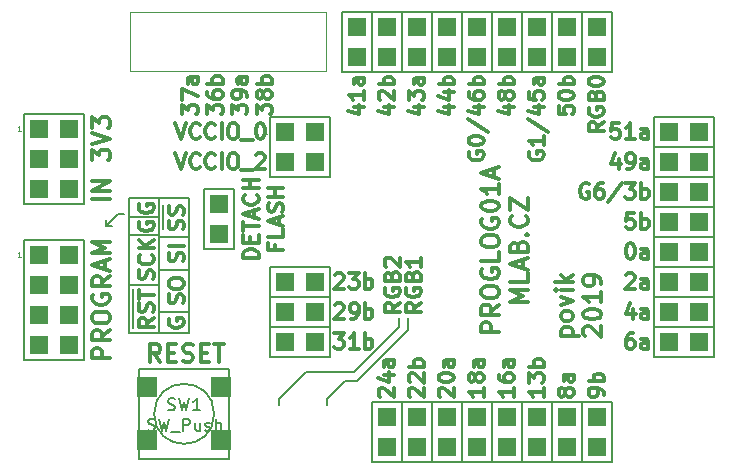
<source format=gbr>
%TF.GenerationSoftware,KiCad,Pcbnew,6.0.4-6f826c9f35~116~ubuntu20.04.1*%
%TF.CreationDate,2022-04-06T12:55:40+00:00*%
%TF.ProjectId,PROGLOG01A,50524f47-4c4f-4473-9031-412e6b696361,REV*%
%TF.SameCoordinates,Original*%
%TF.FileFunction,Legend,Top*%
%TF.FilePolarity,Positive*%
%FSLAX46Y46*%
G04 Gerber Fmt 4.6, Leading zero omitted, Abs format (unit mm)*
G04 Created by KiCad (PCBNEW 6.0.4-6f826c9f35~116~ubuntu20.04.1) date 2022-04-06 12:55:40*
%MOMM*%
%LPD*%
G01*
G04 APERTURE LIST*
%ADD10C,0.200000*%
%ADD11C,0.300000*%
%ADD12C,0.050000*%
%ADD13C,0.203200*%
%ADD14C,0.150000*%
%ADD15C,0.127000*%
%ADD16C,0.120000*%
%ADD17R,1.524000X1.524000*%
%ADD18R,1.676400X1.676400*%
G04 APERTURE END LIST*
D10*
X169926000Y-125730000D02*
X167386000Y-125730000D01*
X190246000Y-129286000D02*
X190246000Y-128524000D01*
X182626000Y-133096000D02*
X182372000Y-133096000D01*
X186436000Y-133096000D02*
X190246000Y-129286000D01*
X182626000Y-133096000D02*
X186182000Y-133096000D01*
X172466000Y-124460000D02*
X169926000Y-124460000D01*
X172466000Y-118364000D02*
X169926000Y-118364000D01*
X169926000Y-118364000D02*
X167386000Y-118364000D01*
X167767000Y-129413000D02*
X167767000Y-126111000D01*
X186690000Y-133858000D02*
X191008000Y-129540000D01*
X191008000Y-129540000D02*
X191008000Y-128524000D01*
X169926000Y-129794000D02*
X169926000Y-118364000D01*
X170307000Y-121031000D02*
X170307000Y-118999000D01*
X186182000Y-133096000D02*
X186436000Y-133096000D01*
X185674000Y-133858000D02*
X184150000Y-135382000D01*
X167386000Y-129794000D02*
X172466000Y-129794000D01*
X169926000Y-120015000D02*
X167386000Y-120015000D01*
X172466000Y-129794000D02*
X172466000Y-118364000D01*
X165481000Y-120777000D02*
X165989000Y-120777000D01*
X166497000Y-119761000D02*
X165481000Y-120777000D01*
X182372000Y-133096000D02*
X180086000Y-135382000D01*
X184150000Y-135382000D02*
X184150000Y-135890000D01*
X165481000Y-120396000D02*
X165481000Y-120269000D01*
X166497000Y-119761000D02*
X167005000Y-119761000D01*
X165989000Y-120777000D02*
X165481000Y-120777000D01*
X167386000Y-118364000D02*
X167386000Y-129794000D01*
X180086000Y-135382000D02*
X180086000Y-135890000D01*
X172466000Y-128016000D02*
X169926000Y-128016000D01*
X185674000Y-133858000D02*
X186690000Y-133858000D01*
X172466000Y-121666000D02*
X169926000Y-121666000D01*
X165481000Y-120777000D02*
X165481000Y-120396000D01*
X169926000Y-121539000D02*
X167386000Y-121539000D01*
D11*
X199111428Y-110676714D02*
X199978095Y-110676714D01*
X198616190Y-110986238D02*
X199544761Y-111295761D01*
X199544761Y-110491000D01*
X199235238Y-109810047D02*
X199173333Y-109933857D01*
X199111428Y-109995761D01*
X198987619Y-110057666D01*
X198925714Y-110057666D01*
X198801904Y-109995761D01*
X198740000Y-109933857D01*
X198678095Y-109810047D01*
X198678095Y-109562428D01*
X198740000Y-109438619D01*
X198801904Y-109376714D01*
X198925714Y-109314809D01*
X198987619Y-109314809D01*
X199111428Y-109376714D01*
X199173333Y-109438619D01*
X199235238Y-109562428D01*
X199235238Y-109810047D01*
X199297142Y-109933857D01*
X199359047Y-109995761D01*
X199482857Y-110057666D01*
X199730476Y-110057666D01*
X199854285Y-109995761D01*
X199916190Y-109933857D01*
X199978095Y-109810047D01*
X199978095Y-109562428D01*
X199916190Y-109438619D01*
X199854285Y-109376714D01*
X199730476Y-109314809D01*
X199482857Y-109314809D01*
X199359047Y-109376714D01*
X199297142Y-109438619D01*
X199235238Y-109562428D01*
X199978095Y-108757666D02*
X198678095Y-108757666D01*
X199173333Y-108757666D02*
X199111428Y-108633857D01*
X199111428Y-108386238D01*
X199173333Y-108262428D01*
X199235238Y-108200523D01*
X199359047Y-108138619D01*
X199730476Y-108138619D01*
X199854285Y-108200523D01*
X199916190Y-108262428D01*
X199978095Y-108386238D01*
X199978095Y-108633857D01*
X199916190Y-108757666D01*
X203957071Y-130043714D02*
X205457071Y-130043714D01*
X204028500Y-130043714D02*
X203957071Y-129900857D01*
X203957071Y-129615142D01*
X204028500Y-129472285D01*
X204099928Y-129400857D01*
X204242785Y-129329428D01*
X204671357Y-129329428D01*
X204814214Y-129400857D01*
X204885642Y-129472285D01*
X204957071Y-129615142D01*
X204957071Y-129900857D01*
X204885642Y-130043714D01*
X204957071Y-128472285D02*
X204885642Y-128615142D01*
X204814214Y-128686571D01*
X204671357Y-128758000D01*
X204242785Y-128758000D01*
X204099928Y-128686571D01*
X204028500Y-128615142D01*
X203957071Y-128472285D01*
X203957071Y-128258000D01*
X204028500Y-128115142D01*
X204099928Y-128043714D01*
X204242785Y-127972285D01*
X204671357Y-127972285D01*
X204814214Y-128043714D01*
X204885642Y-128115142D01*
X204957071Y-128258000D01*
X204957071Y-128472285D01*
X203957071Y-127472285D02*
X204957071Y-127115142D01*
X203957071Y-126758000D01*
X204957071Y-126186571D02*
X203957071Y-126186571D01*
X203457071Y-126186571D02*
X203528500Y-126258000D01*
X203599928Y-126186571D01*
X203528500Y-126115142D01*
X203457071Y-126186571D01*
X203599928Y-126186571D01*
X204957071Y-125472285D02*
X203457071Y-125472285D01*
X204385642Y-125329428D02*
X204957071Y-124900857D01*
X203957071Y-124900857D02*
X204528500Y-125472285D01*
X206014928Y-130079428D02*
X205943500Y-130008000D01*
X205872071Y-129865142D01*
X205872071Y-129508000D01*
X205943500Y-129365142D01*
X206014928Y-129293714D01*
X206157785Y-129222285D01*
X206300642Y-129222285D01*
X206514928Y-129293714D01*
X207372071Y-130150857D01*
X207372071Y-129222285D01*
X205872071Y-128293714D02*
X205872071Y-128150857D01*
X205943500Y-128008000D01*
X206014928Y-127936571D01*
X206157785Y-127865142D01*
X206443500Y-127793714D01*
X206800642Y-127793714D01*
X207086357Y-127865142D01*
X207229214Y-127936571D01*
X207300642Y-128008000D01*
X207372071Y-128150857D01*
X207372071Y-128293714D01*
X207300642Y-128436571D01*
X207229214Y-128508000D01*
X207086357Y-128579428D01*
X206800642Y-128650857D01*
X206443500Y-128650857D01*
X206157785Y-128579428D01*
X206014928Y-128508000D01*
X205943500Y-128436571D01*
X205872071Y-128293714D01*
X207372071Y-126365142D02*
X207372071Y-127222285D01*
X207372071Y-126793714D02*
X205872071Y-126793714D01*
X206086357Y-126936571D01*
X206229214Y-127079428D01*
X206300642Y-127222285D01*
X207372071Y-125650857D02*
X207372071Y-125365142D01*
X207300642Y-125222285D01*
X207229214Y-125150857D01*
X207014928Y-125008000D01*
X206729214Y-124936571D01*
X206157785Y-124936571D01*
X206014928Y-125008000D01*
X205943500Y-125079428D01*
X205872071Y-125222285D01*
X205872071Y-125508000D01*
X205943500Y-125650857D01*
X206014928Y-125722285D01*
X206157785Y-125793714D01*
X206514928Y-125793714D01*
X206657785Y-125722285D01*
X206729214Y-125650857D01*
X206800642Y-125508000D01*
X206800642Y-125222285D01*
X206729214Y-125079428D01*
X206657785Y-125008000D01*
X206514928Y-124936571D01*
X208917190Y-112064095D02*
X208298142Y-112064095D01*
X208236238Y-112683142D01*
X208298142Y-112621238D01*
X208421952Y-112559333D01*
X208731476Y-112559333D01*
X208855285Y-112621238D01*
X208917190Y-112683142D01*
X208979095Y-112806952D01*
X208979095Y-113116476D01*
X208917190Y-113240285D01*
X208855285Y-113302190D01*
X208731476Y-113364095D01*
X208421952Y-113364095D01*
X208298142Y-113302190D01*
X208236238Y-113240285D01*
X210217190Y-113364095D02*
X209474333Y-113364095D01*
X209845761Y-113364095D02*
X209845761Y-112064095D01*
X209721952Y-112249809D01*
X209598142Y-112373619D01*
X209474333Y-112435523D01*
X211331476Y-113364095D02*
X211331476Y-112683142D01*
X211269571Y-112559333D01*
X211145761Y-112497428D01*
X210898142Y-112497428D01*
X210774333Y-112559333D01*
X211331476Y-113302190D02*
X211207666Y-113364095D01*
X210898142Y-113364095D01*
X210774333Y-113302190D01*
X210712428Y-113178380D01*
X210712428Y-113054571D01*
X210774333Y-112930761D01*
X210898142Y-112868857D01*
X211207666Y-112868857D01*
X211331476Y-112806952D01*
X184784714Y-129844095D02*
X185589476Y-129844095D01*
X185156142Y-130339333D01*
X185341857Y-130339333D01*
X185465666Y-130401238D01*
X185527571Y-130463142D01*
X185589476Y-130586952D01*
X185589476Y-130896476D01*
X185527571Y-131020285D01*
X185465666Y-131082190D01*
X185341857Y-131144095D01*
X184970428Y-131144095D01*
X184846619Y-131082190D01*
X184784714Y-131020285D01*
X186827571Y-131144095D02*
X186084714Y-131144095D01*
X186456142Y-131144095D02*
X186456142Y-129844095D01*
X186332333Y-130029809D01*
X186208523Y-130153619D01*
X186084714Y-130215523D01*
X187384714Y-131144095D02*
X187384714Y-129844095D01*
X187384714Y-130339333D02*
X187508523Y-130277428D01*
X187756142Y-130277428D01*
X187879952Y-130339333D01*
X187941857Y-130401238D01*
X188003761Y-130525047D01*
X188003761Y-130896476D01*
X187941857Y-131020285D01*
X187879952Y-131082190D01*
X187756142Y-131144095D01*
X187508523Y-131144095D01*
X187384714Y-131082190D01*
X210155285Y-119684095D02*
X209536238Y-119684095D01*
X209474333Y-120303142D01*
X209536238Y-120241238D01*
X209660047Y-120179333D01*
X209969571Y-120179333D01*
X210093380Y-120241238D01*
X210155285Y-120303142D01*
X210217190Y-120426952D01*
X210217190Y-120736476D01*
X210155285Y-120860285D01*
X210093380Y-120922190D01*
X209969571Y-120984095D01*
X209660047Y-120984095D01*
X209536238Y-120922190D01*
X209474333Y-120860285D01*
X210774333Y-120984095D02*
X210774333Y-119684095D01*
X210774333Y-120179333D02*
X210898142Y-120117428D01*
X211145761Y-120117428D01*
X211269571Y-120179333D01*
X211331476Y-120241238D01*
X211393380Y-120365047D01*
X211393380Y-120736476D01*
X211331476Y-120860285D01*
X211269571Y-120922190D01*
X211145761Y-120984095D01*
X210898142Y-120984095D01*
X210774333Y-120922190D01*
X210093380Y-129844095D02*
X209845761Y-129844095D01*
X209721952Y-129906000D01*
X209660047Y-129967904D01*
X209536238Y-130153619D01*
X209474333Y-130401238D01*
X209474333Y-130896476D01*
X209536238Y-131020285D01*
X209598142Y-131082190D01*
X209721952Y-131144095D01*
X209969571Y-131144095D01*
X210093380Y-131082190D01*
X210155285Y-131020285D01*
X210217190Y-130896476D01*
X210217190Y-130586952D01*
X210155285Y-130463142D01*
X210093380Y-130401238D01*
X209969571Y-130339333D01*
X209721952Y-130339333D01*
X209598142Y-130401238D01*
X209536238Y-130463142D01*
X209474333Y-130586952D01*
X211331476Y-131144095D02*
X211331476Y-130463142D01*
X211269571Y-130339333D01*
X211145761Y-130277428D01*
X210898142Y-130277428D01*
X210774333Y-130339333D01*
X211331476Y-131082190D02*
X211207666Y-131144095D01*
X210898142Y-131144095D01*
X210774333Y-131082190D01*
X210712428Y-130958380D01*
X210712428Y-130834571D01*
X210774333Y-130710761D01*
X210898142Y-130648857D01*
X211207666Y-130648857D01*
X211331476Y-130586952D01*
X184846619Y-124887904D02*
X184908523Y-124826000D01*
X185032333Y-124764095D01*
X185341857Y-124764095D01*
X185465666Y-124826000D01*
X185527571Y-124887904D01*
X185589476Y-125011714D01*
X185589476Y-125135523D01*
X185527571Y-125321238D01*
X184784714Y-126064095D01*
X185589476Y-126064095D01*
X186022809Y-124764095D02*
X186827571Y-124764095D01*
X186394238Y-125259333D01*
X186579952Y-125259333D01*
X186703761Y-125321238D01*
X186765666Y-125383142D01*
X186827571Y-125506952D01*
X186827571Y-125816476D01*
X186765666Y-125940285D01*
X186703761Y-126002190D01*
X186579952Y-126064095D01*
X186208523Y-126064095D01*
X186084714Y-126002190D01*
X186022809Y-125940285D01*
X187384714Y-126064095D02*
X187384714Y-124764095D01*
X187384714Y-125259333D02*
X187508523Y-125197428D01*
X187756142Y-125197428D01*
X187879952Y-125259333D01*
X187941857Y-125321238D01*
X188003761Y-125445047D01*
X188003761Y-125816476D01*
X187941857Y-125940285D01*
X187879952Y-126002190D01*
X187756142Y-126064095D01*
X187508523Y-126064095D01*
X187384714Y-126002190D01*
X191491428Y-110676714D02*
X192358095Y-110676714D01*
X190996190Y-110986238D02*
X191924761Y-111295761D01*
X191924761Y-110491000D01*
X191058095Y-110119571D02*
X191058095Y-109314809D01*
X191553333Y-109748142D01*
X191553333Y-109562428D01*
X191615238Y-109438619D01*
X191677142Y-109376714D01*
X191800952Y-109314809D01*
X192110476Y-109314809D01*
X192234285Y-109376714D01*
X192296190Y-109438619D01*
X192358095Y-109562428D01*
X192358095Y-109933857D01*
X192296190Y-110057666D01*
X192234285Y-110119571D01*
X192358095Y-108200523D02*
X191677142Y-108200523D01*
X191553333Y-108262428D01*
X191491428Y-108386238D01*
X191491428Y-108633857D01*
X191553333Y-108757666D01*
X192296190Y-108200523D02*
X192358095Y-108324333D01*
X192358095Y-108633857D01*
X192296190Y-108757666D01*
X192172380Y-108819571D01*
X192048571Y-108819571D01*
X191924761Y-108757666D01*
X191862857Y-108633857D01*
X191862857Y-108324333D01*
X191800952Y-108200523D01*
X165778571Y-131928571D02*
X164278571Y-131928571D01*
X164278571Y-131357142D01*
X164350000Y-131214285D01*
X164421428Y-131142857D01*
X164564285Y-131071428D01*
X164778571Y-131071428D01*
X164921428Y-131142857D01*
X164992857Y-131214285D01*
X165064285Y-131357142D01*
X165064285Y-131928571D01*
X165778571Y-129571428D02*
X165064285Y-130071428D01*
X165778571Y-130428571D02*
X164278571Y-130428571D01*
X164278571Y-129857142D01*
X164350000Y-129714285D01*
X164421428Y-129642857D01*
X164564285Y-129571428D01*
X164778571Y-129571428D01*
X164921428Y-129642857D01*
X164992857Y-129714285D01*
X165064285Y-129857142D01*
X165064285Y-130428571D01*
X164278571Y-128642857D02*
X164278571Y-128357142D01*
X164350000Y-128214285D01*
X164492857Y-128071428D01*
X164778571Y-128000000D01*
X165278571Y-128000000D01*
X165564285Y-128071428D01*
X165707142Y-128214285D01*
X165778571Y-128357142D01*
X165778571Y-128642857D01*
X165707142Y-128785714D01*
X165564285Y-128928571D01*
X165278571Y-129000000D01*
X164778571Y-129000000D01*
X164492857Y-128928571D01*
X164350000Y-128785714D01*
X164278571Y-128642857D01*
X164350000Y-126571428D02*
X164278571Y-126714285D01*
X164278571Y-126928571D01*
X164350000Y-127142857D01*
X164492857Y-127285714D01*
X164635714Y-127357142D01*
X164921428Y-127428571D01*
X165135714Y-127428571D01*
X165421428Y-127357142D01*
X165564285Y-127285714D01*
X165707142Y-127142857D01*
X165778571Y-126928571D01*
X165778571Y-126785714D01*
X165707142Y-126571428D01*
X165635714Y-126500000D01*
X165135714Y-126500000D01*
X165135714Y-126785714D01*
X165778571Y-125000000D02*
X165064285Y-125500000D01*
X165778571Y-125857142D02*
X164278571Y-125857142D01*
X164278571Y-125285714D01*
X164350000Y-125142857D01*
X164421428Y-125071428D01*
X164564285Y-125000000D01*
X164778571Y-125000000D01*
X164921428Y-125071428D01*
X164992857Y-125142857D01*
X165064285Y-125285714D01*
X165064285Y-125857142D01*
X165350000Y-124428571D02*
X165350000Y-123714285D01*
X165778571Y-124571428D02*
X164278571Y-124071428D01*
X165778571Y-123571428D01*
X165778571Y-123071428D02*
X164278571Y-123071428D01*
X165350000Y-122571428D01*
X164278571Y-122071428D01*
X165778571Y-122071428D01*
X171916595Y-111294166D02*
X171916595Y-110489404D01*
X172411833Y-110922738D01*
X172411833Y-110737023D01*
X172473738Y-110613214D01*
X172535642Y-110551309D01*
X172659452Y-110489404D01*
X172968976Y-110489404D01*
X173092785Y-110551309D01*
X173154690Y-110613214D01*
X173216595Y-110737023D01*
X173216595Y-111108452D01*
X173154690Y-111232261D01*
X173092785Y-111294166D01*
X171916595Y-110056071D02*
X171916595Y-109189404D01*
X173216595Y-109746547D01*
X173216595Y-108137023D02*
X172535642Y-108137023D01*
X172411833Y-108198928D01*
X172349928Y-108322738D01*
X172349928Y-108570357D01*
X172411833Y-108694166D01*
X173154690Y-108137023D02*
X173216595Y-108260833D01*
X173216595Y-108570357D01*
X173154690Y-108694166D01*
X173030880Y-108756071D01*
X172907071Y-108756071D01*
X172783261Y-108694166D01*
X172721357Y-108570357D01*
X172721357Y-108260833D01*
X172659452Y-108137023D01*
X174009595Y-111294166D02*
X174009595Y-110489404D01*
X174504833Y-110922738D01*
X174504833Y-110737023D01*
X174566738Y-110613214D01*
X174628642Y-110551309D01*
X174752452Y-110489404D01*
X175061976Y-110489404D01*
X175185785Y-110551309D01*
X175247690Y-110613214D01*
X175309595Y-110737023D01*
X175309595Y-111108452D01*
X175247690Y-111232261D01*
X175185785Y-111294166D01*
X174009595Y-109375119D02*
X174009595Y-109622738D01*
X174071500Y-109746547D01*
X174133404Y-109808452D01*
X174319119Y-109932261D01*
X174566738Y-109994166D01*
X175061976Y-109994166D01*
X175185785Y-109932261D01*
X175247690Y-109870357D01*
X175309595Y-109746547D01*
X175309595Y-109498928D01*
X175247690Y-109375119D01*
X175185785Y-109313214D01*
X175061976Y-109251309D01*
X174752452Y-109251309D01*
X174628642Y-109313214D01*
X174566738Y-109375119D01*
X174504833Y-109498928D01*
X174504833Y-109746547D01*
X174566738Y-109870357D01*
X174628642Y-109932261D01*
X174752452Y-109994166D01*
X175309595Y-108694166D02*
X174009595Y-108694166D01*
X174504833Y-108694166D02*
X174442928Y-108570357D01*
X174442928Y-108322738D01*
X174504833Y-108198928D01*
X174566738Y-108137023D01*
X174690547Y-108075119D01*
X175061976Y-108075119D01*
X175185785Y-108137023D01*
X175247690Y-108198928D01*
X175309595Y-108322738D01*
X175309595Y-108570357D01*
X175247690Y-108694166D01*
X176102595Y-111294166D02*
X176102595Y-110489404D01*
X176597833Y-110922738D01*
X176597833Y-110737023D01*
X176659738Y-110613214D01*
X176721642Y-110551309D01*
X176845452Y-110489404D01*
X177154976Y-110489404D01*
X177278785Y-110551309D01*
X177340690Y-110613214D01*
X177402595Y-110737023D01*
X177402595Y-111108452D01*
X177340690Y-111232261D01*
X177278785Y-111294166D01*
X177402595Y-109870357D02*
X177402595Y-109622738D01*
X177340690Y-109498928D01*
X177278785Y-109437023D01*
X177093071Y-109313214D01*
X176845452Y-109251309D01*
X176350214Y-109251309D01*
X176226404Y-109313214D01*
X176164500Y-109375119D01*
X176102595Y-109498928D01*
X176102595Y-109746547D01*
X176164500Y-109870357D01*
X176226404Y-109932261D01*
X176350214Y-109994166D01*
X176659738Y-109994166D01*
X176783547Y-109932261D01*
X176845452Y-109870357D01*
X176907357Y-109746547D01*
X176907357Y-109498928D01*
X176845452Y-109375119D01*
X176783547Y-109313214D01*
X176659738Y-109251309D01*
X177402595Y-108137023D02*
X176721642Y-108137023D01*
X176597833Y-108198928D01*
X176535928Y-108322738D01*
X176535928Y-108570357D01*
X176597833Y-108694166D01*
X177340690Y-108137023D02*
X177402595Y-108260833D01*
X177402595Y-108570357D01*
X177340690Y-108694166D01*
X177216880Y-108756071D01*
X177093071Y-108756071D01*
X176969261Y-108694166D01*
X176907357Y-108570357D01*
X176907357Y-108260833D01*
X176845452Y-108137023D01*
X178195595Y-111294166D02*
X178195595Y-110489404D01*
X178690833Y-110922738D01*
X178690833Y-110737023D01*
X178752738Y-110613214D01*
X178814642Y-110551309D01*
X178938452Y-110489404D01*
X179247976Y-110489404D01*
X179371785Y-110551309D01*
X179433690Y-110613214D01*
X179495595Y-110737023D01*
X179495595Y-111108452D01*
X179433690Y-111232261D01*
X179371785Y-111294166D01*
X178752738Y-109746547D02*
X178690833Y-109870357D01*
X178628928Y-109932261D01*
X178505119Y-109994166D01*
X178443214Y-109994166D01*
X178319404Y-109932261D01*
X178257500Y-109870357D01*
X178195595Y-109746547D01*
X178195595Y-109498928D01*
X178257500Y-109375119D01*
X178319404Y-109313214D01*
X178443214Y-109251309D01*
X178505119Y-109251309D01*
X178628928Y-109313214D01*
X178690833Y-109375119D01*
X178752738Y-109498928D01*
X178752738Y-109746547D01*
X178814642Y-109870357D01*
X178876547Y-109932261D01*
X179000357Y-109994166D01*
X179247976Y-109994166D01*
X179371785Y-109932261D01*
X179433690Y-109870357D01*
X179495595Y-109746547D01*
X179495595Y-109498928D01*
X179433690Y-109375119D01*
X179371785Y-109313214D01*
X179247976Y-109251309D01*
X179000357Y-109251309D01*
X178876547Y-109313214D01*
X178814642Y-109375119D01*
X178752738Y-109498928D01*
X179495595Y-108694166D02*
X178195595Y-108694166D01*
X178690833Y-108694166D02*
X178628928Y-108570357D01*
X178628928Y-108322738D01*
X178690833Y-108198928D01*
X178752738Y-108137023D01*
X178876547Y-108075119D01*
X179247976Y-108075119D01*
X179371785Y-108137023D01*
X179433690Y-108198928D01*
X179495595Y-108322738D01*
X179495595Y-108570357D01*
X179433690Y-108694166D01*
X188641904Y-135193380D02*
X188580000Y-135131476D01*
X188518095Y-135007666D01*
X188518095Y-134698142D01*
X188580000Y-134574333D01*
X188641904Y-134512428D01*
X188765714Y-134450523D01*
X188889523Y-134450523D01*
X189075238Y-134512428D01*
X189818095Y-135255285D01*
X189818095Y-134450523D01*
X188951428Y-133336238D02*
X189818095Y-133336238D01*
X188456190Y-133645761D02*
X189384761Y-133955285D01*
X189384761Y-133150523D01*
X189818095Y-132098142D02*
X189137142Y-132098142D01*
X189013333Y-132160047D01*
X188951428Y-132283857D01*
X188951428Y-132531476D01*
X189013333Y-132655285D01*
X189756190Y-132098142D02*
X189818095Y-132221952D01*
X189818095Y-132531476D01*
X189756190Y-132655285D01*
X189632380Y-132717190D01*
X189508571Y-132717190D01*
X189384761Y-132655285D01*
X189322857Y-132531476D01*
X189322857Y-132221952D01*
X189260952Y-132098142D01*
X204315238Y-134945761D02*
X204253333Y-135069571D01*
X204191428Y-135131476D01*
X204067619Y-135193380D01*
X204005714Y-135193380D01*
X203881904Y-135131476D01*
X203820000Y-135069571D01*
X203758095Y-134945761D01*
X203758095Y-134698142D01*
X203820000Y-134574333D01*
X203881904Y-134512428D01*
X204005714Y-134450523D01*
X204067619Y-134450523D01*
X204191428Y-134512428D01*
X204253333Y-134574333D01*
X204315238Y-134698142D01*
X204315238Y-134945761D01*
X204377142Y-135069571D01*
X204439047Y-135131476D01*
X204562857Y-135193380D01*
X204810476Y-135193380D01*
X204934285Y-135131476D01*
X204996190Y-135069571D01*
X205058095Y-134945761D01*
X205058095Y-134698142D01*
X204996190Y-134574333D01*
X204934285Y-134512428D01*
X204810476Y-134450523D01*
X204562857Y-134450523D01*
X204439047Y-134512428D01*
X204377142Y-134574333D01*
X204315238Y-134698142D01*
X205058095Y-133336238D02*
X204377142Y-133336238D01*
X204253333Y-133398142D01*
X204191428Y-133521952D01*
X204191428Y-133769571D01*
X204253333Y-133893380D01*
X204996190Y-133336238D02*
X205058095Y-133460047D01*
X205058095Y-133769571D01*
X204996190Y-133893380D01*
X204872380Y-133955285D01*
X204748571Y-133955285D01*
X204624761Y-133893380D01*
X204562857Y-133769571D01*
X204562857Y-133460047D01*
X204500952Y-133336238D01*
X209474333Y-124887904D02*
X209536238Y-124826000D01*
X209660047Y-124764095D01*
X209969571Y-124764095D01*
X210093380Y-124826000D01*
X210155285Y-124887904D01*
X210217190Y-125011714D01*
X210217190Y-125135523D01*
X210155285Y-125321238D01*
X209412428Y-126064095D01*
X210217190Y-126064095D01*
X211331476Y-126064095D02*
X211331476Y-125383142D01*
X211269571Y-125259333D01*
X211145761Y-125197428D01*
X210898142Y-125197428D01*
X210774333Y-125259333D01*
X211331476Y-126002190D02*
X211207666Y-126064095D01*
X210898142Y-126064095D01*
X210774333Y-126002190D01*
X210712428Y-125878380D01*
X210712428Y-125754571D01*
X210774333Y-125630761D01*
X210898142Y-125568857D01*
X211207666Y-125568857D01*
X211331476Y-125506952D01*
X171976190Y-123743952D02*
X172038095Y-123558238D01*
X172038095Y-123248714D01*
X171976190Y-123124904D01*
X171914285Y-123063000D01*
X171790476Y-123001095D01*
X171666666Y-123001095D01*
X171542857Y-123063000D01*
X171480952Y-123124904D01*
X171419047Y-123248714D01*
X171357142Y-123496333D01*
X171295238Y-123620142D01*
X171233333Y-123682047D01*
X171109523Y-123743952D01*
X170985714Y-123743952D01*
X170861904Y-123682047D01*
X170800000Y-123620142D01*
X170738095Y-123496333D01*
X170738095Y-123186809D01*
X170800000Y-123001095D01*
X172038095Y-122443952D02*
X170738095Y-122443952D01*
X171329000Y-112064095D02*
X171762333Y-113364095D01*
X172195666Y-112064095D01*
X173371857Y-113240285D02*
X173309952Y-113302190D01*
X173124238Y-113364095D01*
X173000428Y-113364095D01*
X172814714Y-113302190D01*
X172690904Y-113178380D01*
X172629000Y-113054571D01*
X172567095Y-112806952D01*
X172567095Y-112621238D01*
X172629000Y-112373619D01*
X172690904Y-112249809D01*
X172814714Y-112126000D01*
X173000428Y-112064095D01*
X173124238Y-112064095D01*
X173309952Y-112126000D01*
X173371857Y-112187904D01*
X174671857Y-113240285D02*
X174609952Y-113302190D01*
X174424238Y-113364095D01*
X174300428Y-113364095D01*
X174114714Y-113302190D01*
X173990904Y-113178380D01*
X173929000Y-113054571D01*
X173867095Y-112806952D01*
X173867095Y-112621238D01*
X173929000Y-112373619D01*
X173990904Y-112249809D01*
X174114714Y-112126000D01*
X174300428Y-112064095D01*
X174424238Y-112064095D01*
X174609952Y-112126000D01*
X174671857Y-112187904D01*
X175229000Y-113364095D02*
X175229000Y-112064095D01*
X176095666Y-112064095D02*
X176343285Y-112064095D01*
X176467095Y-112126000D01*
X176590904Y-112249809D01*
X176652809Y-112497428D01*
X176652809Y-112930761D01*
X176590904Y-113178380D01*
X176467095Y-113302190D01*
X176343285Y-113364095D01*
X176095666Y-113364095D01*
X175971857Y-113302190D01*
X175848047Y-113178380D01*
X175786142Y-112930761D01*
X175786142Y-112497428D01*
X175848047Y-112249809D01*
X175971857Y-112126000D01*
X176095666Y-112064095D01*
X176900428Y-113487904D02*
X177890904Y-113487904D01*
X178448047Y-112064095D02*
X178571857Y-112064095D01*
X178695666Y-112126000D01*
X178757571Y-112187904D01*
X178819476Y-112311714D01*
X178881380Y-112559333D01*
X178881380Y-112868857D01*
X178819476Y-113116476D01*
X178757571Y-113240285D01*
X178695666Y-113302190D01*
X178571857Y-113364095D01*
X178448047Y-113364095D01*
X178324238Y-113302190D01*
X178262333Y-113240285D01*
X178200428Y-113116476D01*
X178138523Y-112868857D01*
X178138523Y-112559333D01*
X178200428Y-112311714D01*
X178262333Y-112187904D01*
X178324238Y-112126000D01*
X178448047Y-112064095D01*
X165778571Y-118490571D02*
X164278571Y-118490571D01*
X165778571Y-117776285D02*
X164278571Y-117776285D01*
X165778571Y-116919142D01*
X164278571Y-116919142D01*
X164278571Y-115204857D02*
X164278571Y-114276285D01*
X164850000Y-114776285D01*
X164850000Y-114562000D01*
X164921428Y-114419142D01*
X164992857Y-114347714D01*
X165135714Y-114276285D01*
X165492857Y-114276285D01*
X165635714Y-114347714D01*
X165707142Y-114419142D01*
X165778571Y-114562000D01*
X165778571Y-114990571D01*
X165707142Y-115133428D01*
X165635714Y-115204857D01*
X164278571Y-113847714D02*
X165778571Y-113347714D01*
X164278571Y-112847714D01*
X164278571Y-112490571D02*
X164278571Y-111562000D01*
X164850000Y-112062000D01*
X164850000Y-111847714D01*
X164921428Y-111704857D01*
X164992857Y-111633428D01*
X165135714Y-111562000D01*
X165492857Y-111562000D01*
X165635714Y-111633428D01*
X165707142Y-111704857D01*
X165778571Y-111847714D01*
X165778571Y-112276285D01*
X165707142Y-112419142D01*
X165635714Y-112490571D01*
X207598095Y-111976714D02*
X206979047Y-112410047D01*
X207598095Y-112719571D02*
X206298095Y-112719571D01*
X206298095Y-112224333D01*
X206360000Y-112100523D01*
X206421904Y-112038619D01*
X206545714Y-111976714D01*
X206731428Y-111976714D01*
X206855238Y-112038619D01*
X206917142Y-112100523D01*
X206979047Y-112224333D01*
X206979047Y-112719571D01*
X206360000Y-110738619D02*
X206298095Y-110862428D01*
X206298095Y-111048142D01*
X206360000Y-111233857D01*
X206483809Y-111357666D01*
X206607619Y-111419571D01*
X206855238Y-111481476D01*
X207040952Y-111481476D01*
X207288571Y-111419571D01*
X207412380Y-111357666D01*
X207536190Y-111233857D01*
X207598095Y-111048142D01*
X207598095Y-110924333D01*
X207536190Y-110738619D01*
X207474285Y-110676714D01*
X207040952Y-110676714D01*
X207040952Y-110924333D01*
X206917142Y-109686238D02*
X206979047Y-109500523D01*
X207040952Y-109438619D01*
X207164761Y-109376714D01*
X207350476Y-109376714D01*
X207474285Y-109438619D01*
X207536190Y-109500523D01*
X207598095Y-109624333D01*
X207598095Y-110119571D01*
X206298095Y-110119571D01*
X206298095Y-109686238D01*
X206360000Y-109562428D01*
X206421904Y-109500523D01*
X206545714Y-109438619D01*
X206669523Y-109438619D01*
X206793333Y-109500523D01*
X206855238Y-109562428D01*
X206917142Y-109686238D01*
X206917142Y-110119571D01*
X206298095Y-108571952D02*
X206298095Y-108448142D01*
X206360000Y-108324333D01*
X206421904Y-108262428D01*
X206545714Y-108200523D01*
X206793333Y-108138619D01*
X207102857Y-108138619D01*
X207350476Y-108200523D01*
X207474285Y-108262428D01*
X207536190Y-108324333D01*
X207598095Y-108448142D01*
X207598095Y-108571952D01*
X207536190Y-108695761D01*
X207474285Y-108757666D01*
X207350476Y-108819571D01*
X207102857Y-108881476D01*
X206793333Y-108881476D01*
X206545714Y-108819571D01*
X206421904Y-108757666D01*
X206360000Y-108695761D01*
X206298095Y-108571952D01*
X199978095Y-134450523D02*
X199978095Y-135193380D01*
X199978095Y-134821952D02*
X198678095Y-134821952D01*
X198863809Y-134945761D01*
X198987619Y-135069571D01*
X199049523Y-135193380D01*
X198678095Y-133336238D02*
X198678095Y-133583857D01*
X198740000Y-133707666D01*
X198801904Y-133769571D01*
X198987619Y-133893380D01*
X199235238Y-133955285D01*
X199730476Y-133955285D01*
X199854285Y-133893380D01*
X199916190Y-133831476D01*
X199978095Y-133707666D01*
X199978095Y-133460047D01*
X199916190Y-133336238D01*
X199854285Y-133274333D01*
X199730476Y-133212428D01*
X199420952Y-133212428D01*
X199297142Y-133274333D01*
X199235238Y-133336238D01*
X199173333Y-133460047D01*
X199173333Y-133707666D01*
X199235238Y-133831476D01*
X199297142Y-133893380D01*
X199420952Y-133955285D01*
X199978095Y-132098142D02*
X199297142Y-132098142D01*
X199173333Y-132160047D01*
X199111428Y-132283857D01*
X199111428Y-132531476D01*
X199173333Y-132655285D01*
X199916190Y-132098142D02*
X199978095Y-132221952D01*
X199978095Y-132531476D01*
X199916190Y-132655285D01*
X199792380Y-132717190D01*
X199668571Y-132717190D01*
X199544761Y-132655285D01*
X199482857Y-132531476D01*
X199482857Y-132221952D01*
X199420952Y-132098142D01*
X207598095Y-135069571D02*
X207598095Y-134821952D01*
X207536190Y-134698142D01*
X207474285Y-134636238D01*
X207288571Y-134512428D01*
X207040952Y-134450523D01*
X206545714Y-134450523D01*
X206421904Y-134512428D01*
X206360000Y-134574333D01*
X206298095Y-134698142D01*
X206298095Y-134945761D01*
X206360000Y-135069571D01*
X206421904Y-135131476D01*
X206545714Y-135193380D01*
X206855238Y-135193380D01*
X206979047Y-135131476D01*
X207040952Y-135069571D01*
X207102857Y-134945761D01*
X207102857Y-134698142D01*
X207040952Y-134574333D01*
X206979047Y-134512428D01*
X206855238Y-134450523D01*
X207598095Y-133893380D02*
X206298095Y-133893380D01*
X206793333Y-133893380D02*
X206731428Y-133769571D01*
X206731428Y-133521952D01*
X206793333Y-133398142D01*
X206855238Y-133336238D01*
X206979047Y-133274333D01*
X207350476Y-133274333D01*
X207474285Y-133336238D01*
X207536190Y-133398142D01*
X207598095Y-133521952D01*
X207598095Y-133769571D01*
X207536190Y-133893380D01*
X198734071Y-129765357D02*
X197234071Y-129765357D01*
X197234071Y-129193928D01*
X197305500Y-129051071D01*
X197376928Y-128979642D01*
X197519785Y-128908214D01*
X197734071Y-128908214D01*
X197876928Y-128979642D01*
X197948357Y-129051071D01*
X198019785Y-129193928D01*
X198019785Y-129765357D01*
X198734071Y-127408214D02*
X198019785Y-127908214D01*
X198734071Y-128265357D02*
X197234071Y-128265357D01*
X197234071Y-127693928D01*
X197305500Y-127551071D01*
X197376928Y-127479642D01*
X197519785Y-127408214D01*
X197734071Y-127408214D01*
X197876928Y-127479642D01*
X197948357Y-127551071D01*
X198019785Y-127693928D01*
X198019785Y-128265357D01*
X197234071Y-126479642D02*
X197234071Y-126193928D01*
X197305500Y-126051071D01*
X197448357Y-125908214D01*
X197734071Y-125836785D01*
X198234071Y-125836785D01*
X198519785Y-125908214D01*
X198662642Y-126051071D01*
X198734071Y-126193928D01*
X198734071Y-126479642D01*
X198662642Y-126622500D01*
X198519785Y-126765357D01*
X198234071Y-126836785D01*
X197734071Y-126836785D01*
X197448357Y-126765357D01*
X197305500Y-126622500D01*
X197234071Y-126479642D01*
X197305500Y-124408214D02*
X197234071Y-124551071D01*
X197234071Y-124765357D01*
X197305500Y-124979642D01*
X197448357Y-125122500D01*
X197591214Y-125193928D01*
X197876928Y-125265357D01*
X198091214Y-125265357D01*
X198376928Y-125193928D01*
X198519785Y-125122500D01*
X198662642Y-124979642D01*
X198734071Y-124765357D01*
X198734071Y-124622500D01*
X198662642Y-124408214D01*
X198591214Y-124336785D01*
X198091214Y-124336785D01*
X198091214Y-124622500D01*
X198734071Y-122979642D02*
X198734071Y-123693928D01*
X197234071Y-123693928D01*
X197234071Y-122193928D02*
X197234071Y-121908214D01*
X197305500Y-121765357D01*
X197448357Y-121622500D01*
X197734071Y-121551071D01*
X198234071Y-121551071D01*
X198519785Y-121622500D01*
X198662642Y-121765357D01*
X198734071Y-121908214D01*
X198734071Y-122193928D01*
X198662642Y-122336785D01*
X198519785Y-122479642D01*
X198234071Y-122551071D01*
X197734071Y-122551071D01*
X197448357Y-122479642D01*
X197305500Y-122336785D01*
X197234071Y-122193928D01*
X197305500Y-120122500D02*
X197234071Y-120265357D01*
X197234071Y-120479642D01*
X197305500Y-120693928D01*
X197448357Y-120836785D01*
X197591214Y-120908214D01*
X197876928Y-120979642D01*
X198091214Y-120979642D01*
X198376928Y-120908214D01*
X198519785Y-120836785D01*
X198662642Y-120693928D01*
X198734071Y-120479642D01*
X198734071Y-120336785D01*
X198662642Y-120122500D01*
X198591214Y-120051071D01*
X198091214Y-120051071D01*
X198091214Y-120336785D01*
X197234071Y-119122500D02*
X197234071Y-118979642D01*
X197305500Y-118836785D01*
X197376928Y-118765357D01*
X197519785Y-118693928D01*
X197805500Y-118622500D01*
X198162642Y-118622500D01*
X198448357Y-118693928D01*
X198591214Y-118765357D01*
X198662642Y-118836785D01*
X198734071Y-118979642D01*
X198734071Y-119122500D01*
X198662642Y-119265357D01*
X198591214Y-119336785D01*
X198448357Y-119408214D01*
X198162642Y-119479642D01*
X197805500Y-119479642D01*
X197519785Y-119408214D01*
X197376928Y-119336785D01*
X197305500Y-119265357D01*
X197234071Y-119122500D01*
X198734071Y-117193928D02*
X198734071Y-118051071D01*
X198734071Y-117622500D02*
X197234071Y-117622500D01*
X197448357Y-117765357D01*
X197591214Y-117908214D01*
X197662642Y-118051071D01*
X198305500Y-116622500D02*
X198305500Y-115908214D01*
X198734071Y-116765357D02*
X197234071Y-116265357D01*
X198734071Y-115765357D01*
X201149071Y-127193928D02*
X199649071Y-127193928D01*
X200720500Y-126693928D01*
X199649071Y-126193928D01*
X201149071Y-126193928D01*
X201149071Y-124765357D02*
X201149071Y-125479642D01*
X199649071Y-125479642D01*
X200720500Y-124336785D02*
X200720500Y-123622500D01*
X201149071Y-124479642D02*
X199649071Y-123979642D01*
X201149071Y-123479642D01*
X200363357Y-122479642D02*
X200434785Y-122265357D01*
X200506214Y-122193928D01*
X200649071Y-122122500D01*
X200863357Y-122122500D01*
X201006214Y-122193928D01*
X201077642Y-122265357D01*
X201149071Y-122408214D01*
X201149071Y-122979642D01*
X199649071Y-122979642D01*
X199649071Y-122479642D01*
X199720500Y-122336785D01*
X199791928Y-122265357D01*
X199934785Y-122193928D01*
X200077642Y-122193928D01*
X200220500Y-122265357D01*
X200291928Y-122336785D01*
X200363357Y-122479642D01*
X200363357Y-122979642D01*
X201006214Y-121479642D02*
X201077642Y-121408214D01*
X201149071Y-121479642D01*
X201077642Y-121551071D01*
X201006214Y-121479642D01*
X201149071Y-121479642D01*
X201006214Y-119908214D02*
X201077642Y-119979642D01*
X201149071Y-120193928D01*
X201149071Y-120336785D01*
X201077642Y-120551071D01*
X200934785Y-120693928D01*
X200791928Y-120765357D01*
X200506214Y-120836785D01*
X200291928Y-120836785D01*
X200006214Y-120765357D01*
X199863357Y-120693928D01*
X199720500Y-120551071D01*
X199649071Y-120336785D01*
X199649071Y-120193928D01*
X199720500Y-119979642D01*
X199791928Y-119908214D01*
X199649071Y-119408214D02*
X199649071Y-118408214D01*
X201149071Y-119408214D01*
X201149071Y-118408214D01*
X197438095Y-134450523D02*
X197438095Y-135193380D01*
X197438095Y-134821952D02*
X196138095Y-134821952D01*
X196323809Y-134945761D01*
X196447619Y-135069571D01*
X196509523Y-135193380D01*
X196695238Y-133707666D02*
X196633333Y-133831476D01*
X196571428Y-133893380D01*
X196447619Y-133955285D01*
X196385714Y-133955285D01*
X196261904Y-133893380D01*
X196200000Y-133831476D01*
X196138095Y-133707666D01*
X196138095Y-133460047D01*
X196200000Y-133336238D01*
X196261904Y-133274333D01*
X196385714Y-133212428D01*
X196447619Y-133212428D01*
X196571428Y-133274333D01*
X196633333Y-133336238D01*
X196695238Y-133460047D01*
X196695238Y-133707666D01*
X196757142Y-133831476D01*
X196819047Y-133893380D01*
X196942857Y-133955285D01*
X197190476Y-133955285D01*
X197314285Y-133893380D01*
X197376190Y-133831476D01*
X197438095Y-133707666D01*
X197438095Y-133460047D01*
X197376190Y-133336238D01*
X197314285Y-133274333D01*
X197190476Y-133212428D01*
X196942857Y-133212428D01*
X196819047Y-133274333D01*
X196757142Y-133336238D01*
X196695238Y-133460047D01*
X197438095Y-132098142D02*
X196757142Y-132098142D01*
X196633333Y-132160047D01*
X196571428Y-132283857D01*
X196571428Y-132531476D01*
X196633333Y-132655285D01*
X197376190Y-132098142D02*
X197438095Y-132221952D01*
X197438095Y-132531476D01*
X197376190Y-132655285D01*
X197252380Y-132717190D01*
X197128571Y-132717190D01*
X197004761Y-132655285D01*
X196942857Y-132531476D01*
X196942857Y-132221952D01*
X196880952Y-132098142D01*
X210093380Y-127737428D02*
X210093380Y-128604095D01*
X209783857Y-127242190D02*
X209474333Y-128170761D01*
X210279095Y-128170761D01*
X211331476Y-128604095D02*
X211331476Y-127923142D01*
X211269571Y-127799333D01*
X211145761Y-127737428D01*
X210898142Y-127737428D01*
X210774333Y-127799333D01*
X211331476Y-128542190D02*
X211207666Y-128604095D01*
X210898142Y-128604095D01*
X210774333Y-128542190D01*
X210712428Y-128418380D01*
X210712428Y-128294571D01*
X210774333Y-128170761D01*
X210898142Y-128108857D01*
X211207666Y-128108857D01*
X211331476Y-128046952D01*
X171976190Y-127290380D02*
X172038095Y-127104666D01*
X172038095Y-126795142D01*
X171976190Y-126671333D01*
X171914285Y-126609428D01*
X171790476Y-126547523D01*
X171666666Y-126547523D01*
X171542857Y-126609428D01*
X171480952Y-126671333D01*
X171419047Y-126795142D01*
X171357142Y-127042761D01*
X171295238Y-127166571D01*
X171233333Y-127228476D01*
X171109523Y-127290380D01*
X170985714Y-127290380D01*
X170861904Y-127228476D01*
X170800000Y-127166571D01*
X170738095Y-127042761D01*
X170738095Y-126733238D01*
X170800000Y-126547523D01*
X170738095Y-125742761D02*
X170738095Y-125495142D01*
X170800000Y-125371333D01*
X170923809Y-125247523D01*
X171171428Y-125185619D01*
X171604761Y-125185619D01*
X171852380Y-125247523D01*
X171976190Y-125371333D01*
X172038095Y-125495142D01*
X172038095Y-125742761D01*
X171976190Y-125866571D01*
X171852380Y-125990380D01*
X171604761Y-126052285D01*
X171171428Y-126052285D01*
X170923809Y-125990380D01*
X170800000Y-125866571D01*
X170738095Y-125742761D01*
X191181904Y-135193380D02*
X191120000Y-135131476D01*
X191058095Y-135007666D01*
X191058095Y-134698142D01*
X191120000Y-134574333D01*
X191181904Y-134512428D01*
X191305714Y-134450523D01*
X191429523Y-134450523D01*
X191615238Y-134512428D01*
X192358095Y-135255285D01*
X192358095Y-134450523D01*
X191181904Y-133955285D02*
X191120000Y-133893380D01*
X191058095Y-133769571D01*
X191058095Y-133460047D01*
X191120000Y-133336238D01*
X191181904Y-133274333D01*
X191305714Y-133212428D01*
X191429523Y-133212428D01*
X191615238Y-133274333D01*
X192358095Y-134017190D01*
X192358095Y-133212428D01*
X192358095Y-132655285D02*
X191058095Y-132655285D01*
X191553333Y-132655285D02*
X191491428Y-132531476D01*
X191491428Y-132283857D01*
X191553333Y-132160047D01*
X191615238Y-132098142D01*
X191739047Y-132036238D01*
X192110476Y-132036238D01*
X192234285Y-132098142D01*
X192296190Y-132160047D01*
X192358095Y-132283857D01*
X192358095Y-132531476D01*
X192296190Y-132655285D01*
X178357595Y-123453904D02*
X177057595Y-123453904D01*
X177057595Y-123144380D01*
X177119500Y-122958666D01*
X177243309Y-122834857D01*
X177367119Y-122772952D01*
X177614738Y-122711047D01*
X177800452Y-122711047D01*
X178048071Y-122772952D01*
X178171880Y-122834857D01*
X178295690Y-122958666D01*
X178357595Y-123144380D01*
X178357595Y-123453904D01*
X177676642Y-122153904D02*
X177676642Y-121720571D01*
X178357595Y-121534857D02*
X178357595Y-122153904D01*
X177057595Y-122153904D01*
X177057595Y-121534857D01*
X177057595Y-121163428D02*
X177057595Y-120420571D01*
X178357595Y-120792000D02*
X177057595Y-120792000D01*
X177986166Y-120049142D02*
X177986166Y-119430095D01*
X178357595Y-120172952D02*
X177057595Y-119739619D01*
X178357595Y-119306285D01*
X178233785Y-118130095D02*
X178295690Y-118192000D01*
X178357595Y-118377714D01*
X178357595Y-118501523D01*
X178295690Y-118687238D01*
X178171880Y-118811047D01*
X178048071Y-118872952D01*
X177800452Y-118934857D01*
X177614738Y-118934857D01*
X177367119Y-118872952D01*
X177243309Y-118811047D01*
X177119500Y-118687238D01*
X177057595Y-118501523D01*
X177057595Y-118377714D01*
X177119500Y-118192000D01*
X177181404Y-118130095D01*
X178357595Y-117572952D02*
X177057595Y-117572952D01*
X177676642Y-117572952D02*
X177676642Y-116830095D01*
X178357595Y-116830095D02*
X177057595Y-116830095D01*
X179769642Y-122339619D02*
X179769642Y-122772952D01*
X180450595Y-122772952D02*
X179150595Y-122772952D01*
X179150595Y-122153904D01*
X180450595Y-121039619D02*
X180450595Y-121658666D01*
X179150595Y-121658666D01*
X180079166Y-120668190D02*
X180079166Y-120049142D01*
X180450595Y-120792000D02*
X179150595Y-120358666D01*
X180450595Y-119925333D01*
X180388690Y-119553904D02*
X180450595Y-119368190D01*
X180450595Y-119058666D01*
X180388690Y-118934857D01*
X180326785Y-118872952D01*
X180202976Y-118811047D01*
X180079166Y-118811047D01*
X179955357Y-118872952D01*
X179893452Y-118934857D01*
X179831547Y-119058666D01*
X179769642Y-119306285D01*
X179707738Y-119430095D01*
X179645833Y-119492000D01*
X179522023Y-119553904D01*
X179398214Y-119553904D01*
X179274404Y-119492000D01*
X179212500Y-119430095D01*
X179150595Y-119306285D01*
X179150595Y-118996761D01*
X179212500Y-118811047D01*
X180450595Y-118253904D02*
X179150595Y-118253904D01*
X179769642Y-118253904D02*
X179769642Y-117511047D01*
X180450595Y-117511047D02*
X179150595Y-117511047D01*
X170800000Y-128608523D02*
X170738095Y-128732333D01*
X170738095Y-128918047D01*
X170800000Y-129103761D01*
X170923809Y-129227571D01*
X171047619Y-129289476D01*
X171295238Y-129351380D01*
X171480952Y-129351380D01*
X171728571Y-129289476D01*
X171852380Y-129227571D01*
X171976190Y-129103761D01*
X172038095Y-128918047D01*
X172038095Y-128794238D01*
X171976190Y-128608523D01*
X171914285Y-128546619D01*
X171480952Y-128546619D01*
X171480952Y-128794238D01*
X202518095Y-134450523D02*
X202518095Y-135193380D01*
X202518095Y-134821952D02*
X201218095Y-134821952D01*
X201403809Y-134945761D01*
X201527619Y-135069571D01*
X201589523Y-135193380D01*
X201218095Y-134017190D02*
X201218095Y-133212428D01*
X201713333Y-133645761D01*
X201713333Y-133460047D01*
X201775238Y-133336238D01*
X201837142Y-133274333D01*
X201960952Y-133212428D01*
X202270476Y-133212428D01*
X202394285Y-133274333D01*
X202456190Y-133336238D01*
X202518095Y-133460047D01*
X202518095Y-133831476D01*
X202456190Y-133955285D01*
X202394285Y-134017190D01*
X202518095Y-132655285D02*
X201218095Y-132655285D01*
X201713333Y-132655285D02*
X201651428Y-132531476D01*
X201651428Y-132283857D01*
X201713333Y-132160047D01*
X201775238Y-132098142D01*
X201899047Y-132036238D01*
X202270476Y-132036238D01*
X202394285Y-132098142D01*
X202456190Y-132160047D01*
X202518095Y-132283857D01*
X202518095Y-132531476D01*
X202456190Y-132655285D01*
X184846619Y-127427904D02*
X184908523Y-127366000D01*
X185032333Y-127304095D01*
X185341857Y-127304095D01*
X185465666Y-127366000D01*
X185527571Y-127427904D01*
X185589476Y-127551714D01*
X185589476Y-127675523D01*
X185527571Y-127861238D01*
X184784714Y-128604095D01*
X185589476Y-128604095D01*
X186208523Y-128604095D02*
X186456142Y-128604095D01*
X186579952Y-128542190D01*
X186641857Y-128480285D01*
X186765666Y-128294571D01*
X186827571Y-128046952D01*
X186827571Y-127551714D01*
X186765666Y-127427904D01*
X186703761Y-127366000D01*
X186579952Y-127304095D01*
X186332333Y-127304095D01*
X186208523Y-127366000D01*
X186146619Y-127427904D01*
X186084714Y-127551714D01*
X186084714Y-127861238D01*
X186146619Y-127985047D01*
X186208523Y-128046952D01*
X186332333Y-128108857D01*
X186579952Y-128108857D01*
X186703761Y-128046952D01*
X186765666Y-127985047D01*
X186827571Y-127861238D01*
X187384714Y-128604095D02*
X187384714Y-127304095D01*
X187384714Y-127799333D02*
X187508523Y-127737428D01*
X187756142Y-127737428D01*
X187879952Y-127799333D01*
X187941857Y-127861238D01*
X188003761Y-127985047D01*
X188003761Y-128356476D01*
X187941857Y-128480285D01*
X187879952Y-128542190D01*
X187756142Y-128604095D01*
X187508523Y-128604095D01*
X187384714Y-128542190D01*
X192104095Y-127276619D02*
X191485047Y-127709952D01*
X192104095Y-128019476D02*
X190804095Y-128019476D01*
X190804095Y-127524238D01*
X190866000Y-127400428D01*
X190927904Y-127338523D01*
X191051714Y-127276619D01*
X191237428Y-127276619D01*
X191361238Y-127338523D01*
X191423142Y-127400428D01*
X191485047Y-127524238D01*
X191485047Y-128019476D01*
X190866000Y-126038523D02*
X190804095Y-126162333D01*
X190804095Y-126348047D01*
X190866000Y-126533761D01*
X190989809Y-126657571D01*
X191113619Y-126719476D01*
X191361238Y-126781380D01*
X191546952Y-126781380D01*
X191794571Y-126719476D01*
X191918380Y-126657571D01*
X192042190Y-126533761D01*
X192104095Y-126348047D01*
X192104095Y-126224238D01*
X192042190Y-126038523D01*
X191980285Y-125976619D01*
X191546952Y-125976619D01*
X191546952Y-126224238D01*
X191423142Y-124986142D02*
X191485047Y-124800428D01*
X191546952Y-124738523D01*
X191670761Y-124676619D01*
X191856476Y-124676619D01*
X191980285Y-124738523D01*
X192042190Y-124800428D01*
X192104095Y-124924238D01*
X192104095Y-125419476D01*
X190804095Y-125419476D01*
X190804095Y-124986142D01*
X190866000Y-124862333D01*
X190927904Y-124800428D01*
X191051714Y-124738523D01*
X191175523Y-124738523D01*
X191299333Y-124800428D01*
X191361238Y-124862333D01*
X191423142Y-124986142D01*
X191423142Y-125419476D01*
X192104095Y-123438523D02*
X192104095Y-124181380D01*
X192104095Y-123809952D02*
X190804095Y-123809952D01*
X190989809Y-123933761D01*
X191113619Y-124057571D01*
X191175523Y-124181380D01*
X186411428Y-110676714D02*
X187278095Y-110676714D01*
X185916190Y-110986238D02*
X186844761Y-111295761D01*
X186844761Y-110491000D01*
X187278095Y-109314809D02*
X187278095Y-110057666D01*
X187278095Y-109686238D02*
X185978095Y-109686238D01*
X186163809Y-109810047D01*
X186287619Y-109933857D01*
X186349523Y-110057666D01*
X187278095Y-108200523D02*
X186597142Y-108200523D01*
X186473333Y-108262428D01*
X186411428Y-108386238D01*
X186411428Y-108633857D01*
X186473333Y-108757666D01*
X187216190Y-108200523D02*
X187278095Y-108324333D01*
X187278095Y-108633857D01*
X187216190Y-108757666D01*
X187092380Y-108819571D01*
X186968571Y-108819571D01*
X186844761Y-108757666D01*
X186782857Y-108633857D01*
X186782857Y-108324333D01*
X186720952Y-108200523D01*
X188951428Y-110676714D02*
X189818095Y-110676714D01*
X188456190Y-110986238D02*
X189384761Y-111295761D01*
X189384761Y-110491000D01*
X188641904Y-110057666D02*
X188580000Y-109995761D01*
X188518095Y-109871952D01*
X188518095Y-109562428D01*
X188580000Y-109438619D01*
X188641904Y-109376714D01*
X188765714Y-109314809D01*
X188889523Y-109314809D01*
X189075238Y-109376714D01*
X189818095Y-110119571D01*
X189818095Y-109314809D01*
X189818095Y-108757666D02*
X188518095Y-108757666D01*
X189013333Y-108757666D02*
X188951428Y-108633857D01*
X188951428Y-108386238D01*
X189013333Y-108262428D01*
X189075238Y-108200523D01*
X189199047Y-108138619D01*
X189570476Y-108138619D01*
X189694285Y-108200523D01*
X189756190Y-108262428D01*
X189818095Y-108386238D01*
X189818095Y-108633857D01*
X189756190Y-108757666D01*
X206317190Y-117206000D02*
X206193380Y-117144095D01*
X206007666Y-117144095D01*
X205821952Y-117206000D01*
X205698142Y-117329809D01*
X205636238Y-117453619D01*
X205574333Y-117701238D01*
X205574333Y-117886952D01*
X205636238Y-118134571D01*
X205698142Y-118258380D01*
X205821952Y-118382190D01*
X206007666Y-118444095D01*
X206131476Y-118444095D01*
X206317190Y-118382190D01*
X206379095Y-118320285D01*
X206379095Y-117886952D01*
X206131476Y-117886952D01*
X207493380Y-117144095D02*
X207245761Y-117144095D01*
X207121952Y-117206000D01*
X207060047Y-117267904D01*
X206936238Y-117453619D01*
X206874333Y-117701238D01*
X206874333Y-118196476D01*
X206936238Y-118320285D01*
X206998142Y-118382190D01*
X207121952Y-118444095D01*
X207369571Y-118444095D01*
X207493380Y-118382190D01*
X207555285Y-118320285D01*
X207617190Y-118196476D01*
X207617190Y-117886952D01*
X207555285Y-117763142D01*
X207493380Y-117701238D01*
X207369571Y-117639333D01*
X207121952Y-117639333D01*
X206998142Y-117701238D01*
X206936238Y-117763142D01*
X206874333Y-117886952D01*
X209102904Y-117082190D02*
X207988619Y-118753619D01*
X209412428Y-117144095D02*
X210217190Y-117144095D01*
X209783857Y-117639333D01*
X209969571Y-117639333D01*
X210093380Y-117701238D01*
X210155285Y-117763142D01*
X210217190Y-117886952D01*
X210217190Y-118196476D01*
X210155285Y-118320285D01*
X210093380Y-118382190D01*
X209969571Y-118444095D01*
X209598142Y-118444095D01*
X209474333Y-118382190D01*
X209412428Y-118320285D01*
X210774333Y-118444095D02*
X210774333Y-117144095D01*
X210774333Y-117639333D02*
X210898142Y-117577428D01*
X211145761Y-117577428D01*
X211269571Y-117639333D01*
X211331476Y-117701238D01*
X211393380Y-117825047D01*
X211393380Y-118196476D01*
X211331476Y-118320285D01*
X211269571Y-118382190D01*
X211145761Y-118444095D01*
X210898142Y-118444095D01*
X210774333Y-118382190D01*
X171976190Y-121041571D02*
X172038095Y-120855857D01*
X172038095Y-120546333D01*
X171976190Y-120422523D01*
X171914285Y-120360619D01*
X171790476Y-120298714D01*
X171666666Y-120298714D01*
X171542857Y-120360619D01*
X171480952Y-120422523D01*
X171419047Y-120546333D01*
X171357142Y-120793952D01*
X171295238Y-120917761D01*
X171233333Y-120979666D01*
X171109523Y-121041571D01*
X170985714Y-121041571D01*
X170861904Y-120979666D01*
X170800000Y-120917761D01*
X170738095Y-120793952D01*
X170738095Y-120484428D01*
X170800000Y-120298714D01*
X171976190Y-119803476D02*
X172038095Y-119617761D01*
X172038095Y-119308238D01*
X171976190Y-119184428D01*
X171914285Y-119122523D01*
X171790476Y-119060619D01*
X171666666Y-119060619D01*
X171542857Y-119122523D01*
X171480952Y-119184428D01*
X171419047Y-119308238D01*
X171357142Y-119555857D01*
X171295238Y-119679666D01*
X171233333Y-119741571D01*
X171109523Y-119803476D01*
X170985714Y-119803476D01*
X170861904Y-119741571D01*
X170800000Y-119679666D01*
X170738095Y-119555857D01*
X170738095Y-119246333D01*
X170800000Y-119060619D01*
X209783857Y-122224095D02*
X209907666Y-122224095D01*
X210031476Y-122286000D01*
X210093380Y-122347904D01*
X210155285Y-122471714D01*
X210217190Y-122719333D01*
X210217190Y-123028857D01*
X210155285Y-123276476D01*
X210093380Y-123400285D01*
X210031476Y-123462190D01*
X209907666Y-123524095D01*
X209783857Y-123524095D01*
X209660047Y-123462190D01*
X209598142Y-123400285D01*
X209536238Y-123276476D01*
X209474333Y-123028857D01*
X209474333Y-122719333D01*
X209536238Y-122471714D01*
X209598142Y-122347904D01*
X209660047Y-122286000D01*
X209783857Y-122224095D01*
X211331476Y-123524095D02*
X211331476Y-122843142D01*
X211269571Y-122719333D01*
X211145761Y-122657428D01*
X210898142Y-122657428D01*
X210774333Y-122719333D01*
X211331476Y-123462190D02*
X211207666Y-123524095D01*
X210898142Y-123524095D01*
X210774333Y-123462190D01*
X210712428Y-123338380D01*
X210712428Y-123214571D01*
X210774333Y-123090761D01*
X210898142Y-123028857D01*
X211207666Y-123028857D01*
X211331476Y-122966952D01*
X194031428Y-110676714D02*
X194898095Y-110676714D01*
X193536190Y-110986238D02*
X194464761Y-111295761D01*
X194464761Y-110491000D01*
X194031428Y-109438619D02*
X194898095Y-109438619D01*
X193536190Y-109748142D02*
X194464761Y-110057666D01*
X194464761Y-109252904D01*
X194898095Y-108757666D02*
X193598095Y-108757666D01*
X194093333Y-108757666D02*
X194031428Y-108633857D01*
X194031428Y-108386238D01*
X194093333Y-108262428D01*
X194155238Y-108200523D01*
X194279047Y-108138619D01*
X194650476Y-108138619D01*
X194774285Y-108200523D01*
X194836190Y-108262428D01*
X194898095Y-108386238D01*
X194898095Y-108633857D01*
X194836190Y-108757666D01*
X168260000Y-118912523D02*
X168198095Y-119036333D01*
X168198095Y-119222047D01*
X168260000Y-119407761D01*
X168383809Y-119531571D01*
X168507619Y-119593476D01*
X168755238Y-119655380D01*
X168940952Y-119655380D01*
X169188571Y-119593476D01*
X169312380Y-119531571D01*
X169436190Y-119407761D01*
X169498095Y-119222047D01*
X169498095Y-119098238D01*
X169436190Y-118912523D01*
X169374285Y-118850619D01*
X168940952Y-118850619D01*
X168940952Y-119098238D01*
X193721904Y-135193380D02*
X193660000Y-135131476D01*
X193598095Y-135007666D01*
X193598095Y-134698142D01*
X193660000Y-134574333D01*
X193721904Y-134512428D01*
X193845714Y-134450523D01*
X193969523Y-134450523D01*
X194155238Y-134512428D01*
X194898095Y-135255285D01*
X194898095Y-134450523D01*
X193598095Y-133645761D02*
X193598095Y-133521952D01*
X193660000Y-133398142D01*
X193721904Y-133336238D01*
X193845714Y-133274333D01*
X194093333Y-133212428D01*
X194402857Y-133212428D01*
X194650476Y-133274333D01*
X194774285Y-133336238D01*
X194836190Y-133398142D01*
X194898095Y-133521952D01*
X194898095Y-133645761D01*
X194836190Y-133769571D01*
X194774285Y-133831476D01*
X194650476Y-133893380D01*
X194402857Y-133955285D01*
X194093333Y-133955285D01*
X193845714Y-133893380D01*
X193721904Y-133831476D01*
X193660000Y-133769571D01*
X193598095Y-133645761D01*
X194898095Y-132098142D02*
X194217142Y-132098142D01*
X194093333Y-132160047D01*
X194031428Y-132283857D01*
X194031428Y-132531476D01*
X194093333Y-132655285D01*
X194836190Y-132098142D02*
X194898095Y-132221952D01*
X194898095Y-132531476D01*
X194836190Y-132655285D01*
X194712380Y-132717190D01*
X194588571Y-132717190D01*
X194464761Y-132655285D01*
X194402857Y-132531476D01*
X194402857Y-132221952D01*
X194340952Y-132098142D01*
X170033428Y-132250571D02*
X169533428Y-131536285D01*
X169176285Y-132250571D02*
X169176285Y-130750571D01*
X169747714Y-130750571D01*
X169890571Y-130822000D01*
X169962000Y-130893428D01*
X170033428Y-131036285D01*
X170033428Y-131250571D01*
X169962000Y-131393428D01*
X169890571Y-131464857D01*
X169747714Y-131536285D01*
X169176285Y-131536285D01*
X170676285Y-131464857D02*
X171176285Y-131464857D01*
X171390571Y-132250571D02*
X170676285Y-132250571D01*
X170676285Y-130750571D01*
X171390571Y-130750571D01*
X171962000Y-132179142D02*
X172176285Y-132250571D01*
X172533428Y-132250571D01*
X172676285Y-132179142D01*
X172747714Y-132107714D01*
X172819142Y-131964857D01*
X172819142Y-131822000D01*
X172747714Y-131679142D01*
X172676285Y-131607714D01*
X172533428Y-131536285D01*
X172247714Y-131464857D01*
X172104857Y-131393428D01*
X172033428Y-131322000D01*
X171962000Y-131179142D01*
X171962000Y-131036285D01*
X172033428Y-130893428D01*
X172104857Y-130822000D01*
X172247714Y-130750571D01*
X172604857Y-130750571D01*
X172819142Y-130822000D01*
X173462000Y-131464857D02*
X173962000Y-131464857D01*
X174176285Y-132250571D02*
X173462000Y-132250571D01*
X173462000Y-130750571D01*
X174176285Y-130750571D01*
X174604857Y-130750571D02*
X175462000Y-130750571D01*
X175033428Y-132250571D02*
X175033428Y-130750571D01*
X168260000Y-120436523D02*
X168198095Y-120560333D01*
X168198095Y-120746047D01*
X168260000Y-120931761D01*
X168383809Y-121055571D01*
X168507619Y-121117476D01*
X168755238Y-121179380D01*
X168940952Y-121179380D01*
X169188571Y-121117476D01*
X169312380Y-121055571D01*
X169436190Y-120931761D01*
X169498095Y-120746047D01*
X169498095Y-120622238D01*
X169436190Y-120436523D01*
X169374285Y-120374619D01*
X168940952Y-120374619D01*
X168940952Y-120622238D01*
X208855285Y-115037428D02*
X208855285Y-115904095D01*
X208545761Y-114542190D02*
X208236238Y-115470761D01*
X209041000Y-115470761D01*
X209598142Y-115904095D02*
X209845761Y-115904095D01*
X209969571Y-115842190D01*
X210031476Y-115780285D01*
X210155285Y-115594571D01*
X210217190Y-115346952D01*
X210217190Y-114851714D01*
X210155285Y-114727904D01*
X210093380Y-114666000D01*
X209969571Y-114604095D01*
X209721952Y-114604095D01*
X209598142Y-114666000D01*
X209536238Y-114727904D01*
X209474333Y-114851714D01*
X209474333Y-115161238D01*
X209536238Y-115285047D01*
X209598142Y-115346952D01*
X209721952Y-115408857D01*
X209969571Y-115408857D01*
X210093380Y-115346952D01*
X210155285Y-115285047D01*
X210217190Y-115161238D01*
X211331476Y-115904095D02*
X211331476Y-115223142D01*
X211269571Y-115099333D01*
X211145761Y-115037428D01*
X210898142Y-115037428D01*
X210774333Y-115099333D01*
X211331476Y-115842190D02*
X211207666Y-115904095D01*
X210898142Y-115904095D01*
X210774333Y-115842190D01*
X210712428Y-115718380D01*
X210712428Y-115594571D01*
X210774333Y-115470761D01*
X210898142Y-115408857D01*
X211207666Y-115408857D01*
X211331476Y-115346952D01*
X190326095Y-127276619D02*
X189707047Y-127709952D01*
X190326095Y-128019476D02*
X189026095Y-128019476D01*
X189026095Y-127524238D01*
X189088000Y-127400428D01*
X189149904Y-127338523D01*
X189273714Y-127276619D01*
X189459428Y-127276619D01*
X189583238Y-127338523D01*
X189645142Y-127400428D01*
X189707047Y-127524238D01*
X189707047Y-128019476D01*
X189088000Y-126038523D02*
X189026095Y-126162333D01*
X189026095Y-126348047D01*
X189088000Y-126533761D01*
X189211809Y-126657571D01*
X189335619Y-126719476D01*
X189583238Y-126781380D01*
X189768952Y-126781380D01*
X190016571Y-126719476D01*
X190140380Y-126657571D01*
X190264190Y-126533761D01*
X190326095Y-126348047D01*
X190326095Y-126224238D01*
X190264190Y-126038523D01*
X190202285Y-125976619D01*
X189768952Y-125976619D01*
X189768952Y-126224238D01*
X189645142Y-124986142D02*
X189707047Y-124800428D01*
X189768952Y-124738523D01*
X189892761Y-124676619D01*
X190078476Y-124676619D01*
X190202285Y-124738523D01*
X190264190Y-124800428D01*
X190326095Y-124924238D01*
X190326095Y-125419476D01*
X189026095Y-125419476D01*
X189026095Y-124986142D01*
X189088000Y-124862333D01*
X189149904Y-124800428D01*
X189273714Y-124738523D01*
X189397523Y-124738523D01*
X189521333Y-124800428D01*
X189583238Y-124862333D01*
X189645142Y-124986142D01*
X189645142Y-125419476D01*
X189149904Y-124181380D02*
X189088000Y-124119476D01*
X189026095Y-123995666D01*
X189026095Y-123686142D01*
X189088000Y-123562333D01*
X189149904Y-123500428D01*
X189273714Y-123438523D01*
X189397523Y-123438523D01*
X189583238Y-123500428D01*
X190326095Y-124243285D01*
X190326095Y-123438523D01*
X203758095Y-110614809D02*
X203758095Y-111233857D01*
X204377142Y-111295761D01*
X204315238Y-111233857D01*
X204253333Y-111110047D01*
X204253333Y-110800523D01*
X204315238Y-110676714D01*
X204377142Y-110614809D01*
X204500952Y-110552904D01*
X204810476Y-110552904D01*
X204934285Y-110614809D01*
X204996190Y-110676714D01*
X205058095Y-110800523D01*
X205058095Y-111110047D01*
X204996190Y-111233857D01*
X204934285Y-111295761D01*
X203758095Y-109748142D02*
X203758095Y-109624333D01*
X203820000Y-109500523D01*
X203881904Y-109438619D01*
X204005714Y-109376714D01*
X204253333Y-109314809D01*
X204562857Y-109314809D01*
X204810476Y-109376714D01*
X204934285Y-109438619D01*
X204996190Y-109500523D01*
X205058095Y-109624333D01*
X205058095Y-109748142D01*
X204996190Y-109871952D01*
X204934285Y-109933857D01*
X204810476Y-109995761D01*
X204562857Y-110057666D01*
X204253333Y-110057666D01*
X204005714Y-109995761D01*
X203881904Y-109933857D01*
X203820000Y-109871952D01*
X203758095Y-109748142D01*
X205058095Y-108757666D02*
X203758095Y-108757666D01*
X204253333Y-108757666D02*
X204191428Y-108633857D01*
X204191428Y-108386238D01*
X204253333Y-108262428D01*
X204315238Y-108200523D01*
X204439047Y-108138619D01*
X204810476Y-108138619D01*
X204934285Y-108200523D01*
X204996190Y-108262428D01*
X205058095Y-108386238D01*
X205058095Y-108633857D01*
X204996190Y-108757666D01*
X196200000Y-114452904D02*
X196138095Y-114576714D01*
X196138095Y-114762428D01*
X196200000Y-114948142D01*
X196323809Y-115071952D01*
X196447619Y-115133857D01*
X196695238Y-115195761D01*
X196880952Y-115195761D01*
X197128571Y-115133857D01*
X197252380Y-115071952D01*
X197376190Y-114948142D01*
X197438095Y-114762428D01*
X197438095Y-114638619D01*
X197376190Y-114452904D01*
X197314285Y-114391000D01*
X196880952Y-114391000D01*
X196880952Y-114638619D01*
X196138095Y-113586238D02*
X196138095Y-113462428D01*
X196200000Y-113338619D01*
X196261904Y-113276714D01*
X196385714Y-113214809D01*
X196633333Y-113152904D01*
X196942857Y-113152904D01*
X197190476Y-113214809D01*
X197314285Y-113276714D01*
X197376190Y-113338619D01*
X197438095Y-113462428D01*
X197438095Y-113586238D01*
X197376190Y-113710047D01*
X197314285Y-113771952D01*
X197190476Y-113833857D01*
X196942857Y-113895761D01*
X196633333Y-113895761D01*
X196385714Y-113833857D01*
X196261904Y-113771952D01*
X196200000Y-113710047D01*
X196138095Y-113586238D01*
X196076190Y-111667190D02*
X197747619Y-112781476D01*
X196571428Y-110676714D02*
X197438095Y-110676714D01*
X196076190Y-110986238D02*
X197004761Y-111295761D01*
X197004761Y-110491000D01*
X196138095Y-109438619D02*
X196138095Y-109686238D01*
X196200000Y-109810047D01*
X196261904Y-109871952D01*
X196447619Y-109995761D01*
X196695238Y-110057666D01*
X197190476Y-110057666D01*
X197314285Y-109995761D01*
X197376190Y-109933857D01*
X197438095Y-109810047D01*
X197438095Y-109562428D01*
X197376190Y-109438619D01*
X197314285Y-109376714D01*
X197190476Y-109314809D01*
X196880952Y-109314809D01*
X196757142Y-109376714D01*
X196695238Y-109438619D01*
X196633333Y-109562428D01*
X196633333Y-109810047D01*
X196695238Y-109933857D01*
X196757142Y-109995761D01*
X196880952Y-110057666D01*
X197438095Y-108757666D02*
X196138095Y-108757666D01*
X196633333Y-108757666D02*
X196571428Y-108633857D01*
X196571428Y-108386238D01*
X196633333Y-108262428D01*
X196695238Y-108200523D01*
X196819047Y-108138619D01*
X197190476Y-108138619D01*
X197314285Y-108200523D01*
X197376190Y-108262428D01*
X197438095Y-108386238D01*
X197438095Y-108633857D01*
X197376190Y-108757666D01*
X201280000Y-114452904D02*
X201218095Y-114576714D01*
X201218095Y-114762428D01*
X201280000Y-114948142D01*
X201403809Y-115071952D01*
X201527619Y-115133857D01*
X201775238Y-115195761D01*
X201960952Y-115195761D01*
X202208571Y-115133857D01*
X202332380Y-115071952D01*
X202456190Y-114948142D01*
X202518095Y-114762428D01*
X202518095Y-114638619D01*
X202456190Y-114452904D01*
X202394285Y-114391000D01*
X201960952Y-114391000D01*
X201960952Y-114638619D01*
X202518095Y-113152904D02*
X202518095Y-113895761D01*
X202518095Y-113524333D02*
X201218095Y-113524333D01*
X201403809Y-113648142D01*
X201527619Y-113771952D01*
X201589523Y-113895761D01*
X201156190Y-111667190D02*
X202827619Y-112781476D01*
X201651428Y-110676714D02*
X202518095Y-110676714D01*
X201156190Y-110986238D02*
X202084761Y-111295761D01*
X202084761Y-110491000D01*
X201218095Y-109376714D02*
X201218095Y-109995761D01*
X201837142Y-110057666D01*
X201775238Y-109995761D01*
X201713333Y-109871952D01*
X201713333Y-109562428D01*
X201775238Y-109438619D01*
X201837142Y-109376714D01*
X201960952Y-109314809D01*
X202270476Y-109314809D01*
X202394285Y-109376714D01*
X202456190Y-109438619D01*
X202518095Y-109562428D01*
X202518095Y-109871952D01*
X202456190Y-109995761D01*
X202394285Y-110057666D01*
X202518095Y-108200523D02*
X201837142Y-108200523D01*
X201713333Y-108262428D01*
X201651428Y-108386238D01*
X201651428Y-108633857D01*
X201713333Y-108757666D01*
X202456190Y-108200523D02*
X202518095Y-108324333D01*
X202518095Y-108633857D01*
X202456190Y-108757666D01*
X202332380Y-108819571D01*
X202208571Y-108819571D01*
X202084761Y-108757666D01*
X202022857Y-108633857D01*
X202022857Y-108324333D01*
X201960952Y-108200523D01*
X169498095Y-128546619D02*
X168879047Y-128979952D01*
X169498095Y-129289476D02*
X168198095Y-129289476D01*
X168198095Y-128794238D01*
X168260000Y-128670428D01*
X168321904Y-128608523D01*
X168445714Y-128546619D01*
X168631428Y-128546619D01*
X168755238Y-128608523D01*
X168817142Y-128670428D01*
X168879047Y-128794238D01*
X168879047Y-129289476D01*
X169436190Y-128051380D02*
X169498095Y-127865666D01*
X169498095Y-127556142D01*
X169436190Y-127432333D01*
X169374285Y-127370428D01*
X169250476Y-127308523D01*
X169126666Y-127308523D01*
X169002857Y-127370428D01*
X168940952Y-127432333D01*
X168879047Y-127556142D01*
X168817142Y-127803761D01*
X168755238Y-127927571D01*
X168693333Y-127989476D01*
X168569523Y-128051380D01*
X168445714Y-128051380D01*
X168321904Y-127989476D01*
X168260000Y-127927571D01*
X168198095Y-127803761D01*
X168198095Y-127494238D01*
X168260000Y-127308523D01*
X168198095Y-126937095D02*
X168198095Y-126194238D01*
X169498095Y-126565666D02*
X168198095Y-126565666D01*
X171329000Y-114604095D02*
X171762333Y-115904095D01*
X172195666Y-114604095D01*
X173371857Y-115780285D02*
X173309952Y-115842190D01*
X173124238Y-115904095D01*
X173000428Y-115904095D01*
X172814714Y-115842190D01*
X172690904Y-115718380D01*
X172629000Y-115594571D01*
X172567095Y-115346952D01*
X172567095Y-115161238D01*
X172629000Y-114913619D01*
X172690904Y-114789809D01*
X172814714Y-114666000D01*
X173000428Y-114604095D01*
X173124238Y-114604095D01*
X173309952Y-114666000D01*
X173371857Y-114727904D01*
X174671857Y-115780285D02*
X174609952Y-115842190D01*
X174424238Y-115904095D01*
X174300428Y-115904095D01*
X174114714Y-115842190D01*
X173990904Y-115718380D01*
X173929000Y-115594571D01*
X173867095Y-115346952D01*
X173867095Y-115161238D01*
X173929000Y-114913619D01*
X173990904Y-114789809D01*
X174114714Y-114666000D01*
X174300428Y-114604095D01*
X174424238Y-114604095D01*
X174609952Y-114666000D01*
X174671857Y-114727904D01*
X175229000Y-115904095D02*
X175229000Y-114604095D01*
X176095666Y-114604095D02*
X176343285Y-114604095D01*
X176467095Y-114666000D01*
X176590904Y-114789809D01*
X176652809Y-115037428D01*
X176652809Y-115470761D01*
X176590904Y-115718380D01*
X176467095Y-115842190D01*
X176343285Y-115904095D01*
X176095666Y-115904095D01*
X175971857Y-115842190D01*
X175848047Y-115718380D01*
X175786142Y-115470761D01*
X175786142Y-115037428D01*
X175848047Y-114789809D01*
X175971857Y-114666000D01*
X176095666Y-114604095D01*
X176900428Y-116027904D02*
X177890904Y-116027904D01*
X178138523Y-114727904D02*
X178200428Y-114666000D01*
X178324238Y-114604095D01*
X178633761Y-114604095D01*
X178757571Y-114666000D01*
X178819476Y-114727904D01*
X178881380Y-114851714D01*
X178881380Y-114975523D01*
X178819476Y-115161238D01*
X178076619Y-115904095D01*
X178881380Y-115904095D01*
X169436190Y-125242428D02*
X169498095Y-125056714D01*
X169498095Y-124747190D01*
X169436190Y-124623380D01*
X169374285Y-124561476D01*
X169250476Y-124499571D01*
X169126666Y-124499571D01*
X169002857Y-124561476D01*
X168940952Y-124623380D01*
X168879047Y-124747190D01*
X168817142Y-124994809D01*
X168755238Y-125118619D01*
X168693333Y-125180523D01*
X168569523Y-125242428D01*
X168445714Y-125242428D01*
X168321904Y-125180523D01*
X168260000Y-125118619D01*
X168198095Y-124994809D01*
X168198095Y-124685285D01*
X168260000Y-124499571D01*
X169374285Y-123199571D02*
X169436190Y-123261476D01*
X169498095Y-123447190D01*
X169498095Y-123571000D01*
X169436190Y-123756714D01*
X169312380Y-123880523D01*
X169188571Y-123942428D01*
X168940952Y-124004333D01*
X168755238Y-124004333D01*
X168507619Y-123942428D01*
X168383809Y-123880523D01*
X168260000Y-123756714D01*
X168198095Y-123571000D01*
X168198095Y-123447190D01*
X168260000Y-123261476D01*
X168321904Y-123199571D01*
X169498095Y-122642428D02*
X168198095Y-122642428D01*
X169498095Y-121899571D02*
X168755238Y-122456714D01*
X168198095Y-121899571D02*
X168940952Y-122642428D01*
D12*
%TO.C,J1*%
X158257857Y-112748190D02*
X157972142Y-112748190D01*
X158115000Y-112748190D02*
X158115000Y-112248190D01*
X158067380Y-112319619D01*
X158019761Y-112367238D01*
X157972142Y-112391047D01*
%TO.C,J4*%
X158257857Y-123416190D02*
X157972142Y-123416190D01*
X158115000Y-123416190D02*
X158115000Y-122916190D01*
X158067380Y-122987619D01*
X158019761Y-123035238D01*
X157972142Y-123059047D01*
D13*
%TO.C,SW1*%
X170704933Y-136301238D02*
X170850076Y-136349619D01*
X171091980Y-136349619D01*
X171188742Y-136301238D01*
X171237123Y-136252857D01*
X171285504Y-136156095D01*
X171285504Y-136059333D01*
X171237123Y-135962571D01*
X171188742Y-135914190D01*
X171091980Y-135865809D01*
X170898457Y-135817428D01*
X170801695Y-135769047D01*
X170753314Y-135720666D01*
X170704933Y-135623904D01*
X170704933Y-135527142D01*
X170753314Y-135430380D01*
X170801695Y-135382000D01*
X170898457Y-135333619D01*
X171140361Y-135333619D01*
X171285504Y-135382000D01*
X171624171Y-135333619D02*
X171866076Y-136349619D01*
X172059600Y-135623904D01*
X172253123Y-136349619D01*
X172495028Y-135333619D01*
X173414266Y-136349619D02*
X172833695Y-136349619D01*
X173123980Y-136349619D02*
X173123980Y-135333619D01*
X173027219Y-135478761D01*
X172930457Y-135575523D01*
X172833695Y-135623904D01*
X169014019Y-138028438D02*
X169159161Y-138076819D01*
X169401066Y-138076819D01*
X169497828Y-138028438D01*
X169546209Y-137980057D01*
X169594590Y-137883295D01*
X169594590Y-137786533D01*
X169546209Y-137689771D01*
X169497828Y-137641390D01*
X169401066Y-137593009D01*
X169207542Y-137544628D01*
X169110780Y-137496247D01*
X169062400Y-137447866D01*
X169014019Y-137351104D01*
X169014019Y-137254342D01*
X169062400Y-137157580D01*
X169110780Y-137109200D01*
X169207542Y-137060819D01*
X169449447Y-137060819D01*
X169594590Y-137109200D01*
X169933257Y-137060819D02*
X170175161Y-138076819D01*
X170368685Y-137351104D01*
X170562209Y-138076819D01*
X170804114Y-137060819D01*
X170949257Y-138173580D02*
X171723352Y-138173580D01*
X171965257Y-138076819D02*
X171965257Y-137060819D01*
X172352304Y-137060819D01*
X172449066Y-137109200D01*
X172497447Y-137157580D01*
X172545828Y-137254342D01*
X172545828Y-137399485D01*
X172497447Y-137496247D01*
X172449066Y-137544628D01*
X172352304Y-137593009D01*
X171965257Y-137593009D01*
X173416685Y-137399485D02*
X173416685Y-138076819D01*
X172981257Y-137399485D02*
X172981257Y-137931676D01*
X173029638Y-138028438D01*
X173126400Y-138076819D01*
X173271542Y-138076819D01*
X173368304Y-138028438D01*
X173416685Y-137980057D01*
X173852114Y-138028438D02*
X173948876Y-138076819D01*
X174142400Y-138076819D01*
X174239161Y-138028438D01*
X174287542Y-137931676D01*
X174287542Y-137883295D01*
X174239161Y-137786533D01*
X174142400Y-137738152D01*
X173997257Y-137738152D01*
X173900495Y-137689771D01*
X173852114Y-137593009D01*
X173852114Y-137544628D01*
X173900495Y-137447866D01*
X173997257Y-137399485D01*
X174142400Y-137399485D01*
X174239161Y-137447866D01*
X174722971Y-138076819D02*
X174722971Y-137060819D01*
X175158400Y-138076819D02*
X175158400Y-137544628D01*
X175110019Y-137447866D01*
X175013257Y-137399485D01*
X174868114Y-137399485D01*
X174771352Y-137447866D01*
X174722971Y-137496247D01*
D12*
%TO.C,J3*%
X179085857Y-113002190D02*
X178800142Y-113002190D01*
X178943000Y-113002190D02*
X178943000Y-112502190D01*
X178895380Y-112573619D01*
X178847761Y-112621238D01*
X178800142Y-112645047D01*
D14*
%TO.C,J23*%
X203200000Y-102616000D02*
X205740000Y-102616000D01*
X203200000Y-107696000D02*
X203200000Y-102616000D01*
X205740000Y-102616000D02*
X205740000Y-107696000D01*
X205740000Y-107696000D02*
X203200000Y-107696000D01*
%TO.C,J21*%
X200660000Y-107696000D02*
X198120000Y-107696000D01*
X200660000Y-102616000D02*
X200660000Y-107696000D01*
X198120000Y-107696000D02*
X198120000Y-102616000D01*
X198120000Y-102616000D02*
X200660000Y-102616000D01*
%TO.C,J1*%
X158496000Y-111252000D02*
X163576000Y-111252000D01*
X163576000Y-118872000D02*
X158496000Y-118872000D01*
X163576000Y-111252000D02*
X163576000Y-118872000D01*
X158496000Y-118872000D02*
X158496000Y-111252000D01*
%TO.C,J18*%
X193040000Y-102616000D02*
X195580000Y-102616000D01*
X193040000Y-107696000D02*
X193040000Y-102616000D01*
X195580000Y-102616000D02*
X195580000Y-107696000D01*
X195580000Y-107696000D02*
X193040000Y-107696000D01*
%TO.C,J25*%
X208280000Y-102616000D02*
X208280000Y-107696000D01*
X208280000Y-107696000D02*
X205740000Y-107696000D01*
X205740000Y-107696000D02*
X205740000Y-102616000D01*
X205740000Y-102616000D02*
X208280000Y-102616000D01*
%TO.C,J24*%
X211836000Y-111506000D02*
X216916000Y-111506000D01*
X216916000Y-114046000D02*
X211836000Y-114046000D01*
X216916000Y-111506000D02*
X216916000Y-114046000D01*
X211836000Y-114046000D02*
X211836000Y-111506000D01*
%TO.C,J16*%
X190500000Y-107696000D02*
X187960000Y-107696000D01*
X187960000Y-107696000D02*
X187960000Y-102616000D01*
X187960000Y-102616000D02*
X190500000Y-102616000D01*
X190500000Y-102616000D02*
X190500000Y-107696000D01*
%TO.C,J6*%
X198120000Y-135636000D02*
X200660000Y-135636000D01*
X200660000Y-140716000D02*
X198120000Y-140716000D01*
X200660000Y-135636000D02*
X200660000Y-140716000D01*
X198120000Y-140716000D02*
X198120000Y-135636000D01*
%TO.C,J20*%
X198120000Y-102616000D02*
X198120000Y-107696000D01*
X195580000Y-107696000D02*
X195580000Y-102616000D01*
X195580000Y-102616000D02*
X198120000Y-102616000D01*
X198120000Y-107696000D02*
X195580000Y-107696000D01*
%TO.C,J4*%
X163576000Y-132080000D02*
X158496000Y-132080000D01*
X158496000Y-121920000D02*
X163576000Y-121920000D01*
X158496000Y-132080000D02*
X158496000Y-121920000D01*
X163576000Y-121920000D02*
X163576000Y-132080000D01*
%TO.C,J5*%
X200660000Y-135636000D02*
X203200000Y-135636000D01*
X203200000Y-140716000D02*
X200660000Y-140716000D01*
X203200000Y-135636000D02*
X203200000Y-140716000D01*
X200660000Y-140716000D02*
X200660000Y-135636000D01*
D15*
%TO.C,SW1*%
X175869600Y-140462000D02*
X168249600Y-140462000D01*
X168249600Y-132842000D02*
X168249600Y-140462000D01*
X168249600Y-132842000D02*
X175869600Y-132842000D01*
X175869600Y-132842000D02*
X175869600Y-140462000D01*
X174599600Y-136652000D02*
G75*
G03*
X174599600Y-136652000I-2540000J0D01*
G01*
D14*
%TO.C,J31*%
X211836000Y-121666000D02*
X211836000Y-119126000D01*
X211836000Y-119126000D02*
X216916000Y-119126000D01*
X216916000Y-119126000D02*
X216916000Y-121666000D01*
X216916000Y-121666000D02*
X211836000Y-121666000D01*
%TO.C,J29*%
X216916000Y-119126000D02*
X211836000Y-119126000D01*
X211836000Y-116586000D02*
X216916000Y-116586000D01*
X216916000Y-116586000D02*
X216916000Y-119126000D01*
X211836000Y-119126000D02*
X211836000Y-116586000D01*
%TO.C,J27*%
X211836000Y-121666000D02*
X216916000Y-121666000D01*
X216916000Y-124206000D02*
X211836000Y-124206000D01*
X216916000Y-121666000D02*
X216916000Y-124206000D01*
X211836000Y-124206000D02*
X211836000Y-121666000D01*
%TO.C,J19*%
X203200000Y-107696000D02*
X200660000Y-107696000D01*
X200660000Y-107696000D02*
X200660000Y-102616000D01*
X203200000Y-102616000D02*
X203200000Y-107696000D01*
X200660000Y-102616000D02*
X203200000Y-102616000D01*
%TO.C,J28*%
X211836000Y-124206000D02*
X216916000Y-124206000D01*
X216916000Y-124206000D02*
X216916000Y-126746000D01*
X216916000Y-126746000D02*
X211836000Y-126746000D01*
X211836000Y-126746000D02*
X211836000Y-124206000D01*
%TO.C,J30*%
X211836000Y-129286000D02*
X211836000Y-126746000D01*
X216916000Y-126746000D02*
X216916000Y-129286000D01*
X211836000Y-126746000D02*
X216916000Y-126746000D01*
X216916000Y-129286000D02*
X211836000Y-129286000D01*
%TO.C,J7*%
X198120000Y-135636000D02*
X198120000Y-140716000D01*
X198120000Y-140716000D02*
X195580000Y-140716000D01*
X195580000Y-135636000D02*
X198120000Y-135636000D01*
X195580000Y-140716000D02*
X195580000Y-135636000D01*
%TO.C,J2*%
X176276000Y-117602000D02*
X176276000Y-122682000D01*
X173736000Y-122682000D02*
X173736000Y-117602000D01*
X173736000Y-117602000D02*
X176276000Y-117602000D01*
X176276000Y-122682000D02*
X173736000Y-122682000D01*
%TO.C,J34*%
X208280000Y-140716000D02*
X205740000Y-140716000D01*
X205740000Y-135636000D02*
X208280000Y-135636000D01*
X208280000Y-135636000D02*
X208280000Y-140716000D01*
X205740000Y-140716000D02*
X205740000Y-135636000D01*
%TO.C,J32*%
X211836000Y-129286000D02*
X216916000Y-129286000D01*
X216916000Y-129286000D02*
X216916000Y-131826000D01*
X216916000Y-131826000D02*
X211836000Y-131826000D01*
X211836000Y-131826000D02*
X211836000Y-129286000D01*
%TO.C,J13*%
X179324000Y-126746000D02*
X184404000Y-126746000D01*
X184404000Y-126746000D02*
X184404000Y-129286000D01*
X184404000Y-129286000D02*
X179324000Y-129286000D01*
X179324000Y-129286000D02*
X179324000Y-126746000D01*
%TO.C,J11*%
X187960000Y-135636000D02*
X190500000Y-135636000D01*
X190500000Y-135636000D02*
X190500000Y-140716000D01*
X187960000Y-140716000D02*
X187960000Y-135636000D01*
X190500000Y-140716000D02*
X187960000Y-140716000D01*
%TO.C,J14*%
X184404000Y-131826000D02*
X179324000Y-131826000D01*
X184404000Y-129286000D02*
X184404000Y-131826000D01*
X179324000Y-129286000D02*
X184404000Y-129286000D01*
X179324000Y-131826000D02*
X179324000Y-129286000D01*
%TO.C,J15*%
X187960000Y-102616000D02*
X187960000Y-107696000D01*
X185420000Y-107696000D02*
X185420000Y-102616000D01*
X187960000Y-107696000D02*
X185420000Y-107696000D01*
X185420000Y-102616000D02*
X187960000Y-102616000D01*
%TO.C,J22*%
X216916000Y-114046000D02*
X216916000Y-116586000D01*
X216916000Y-116586000D02*
X211836000Y-116586000D01*
X211836000Y-114046000D02*
X216916000Y-114046000D01*
X211836000Y-116586000D02*
X211836000Y-114046000D01*
%TO.C,J33*%
X203200000Y-140716000D02*
X203200000Y-135636000D01*
X205740000Y-135636000D02*
X205740000Y-140716000D01*
X205740000Y-140716000D02*
X203200000Y-140716000D01*
X203200000Y-135636000D02*
X205740000Y-135636000D01*
%TO.C,J17*%
X190500000Y-107696000D02*
X190500000Y-102616000D01*
X190500000Y-102616000D02*
X193040000Y-102616000D01*
X193040000Y-107696000D02*
X190500000Y-107696000D01*
X193040000Y-102616000D02*
X193040000Y-107696000D01*
%TO.C,J8*%
X195580000Y-140716000D02*
X193040000Y-140716000D01*
X195580000Y-135636000D02*
X195580000Y-140716000D01*
X193040000Y-140716000D02*
X193040000Y-135636000D01*
X193040000Y-135636000D02*
X195580000Y-135636000D01*
%TO.C,J9*%
X193040000Y-140716000D02*
X190500000Y-140716000D01*
X190500000Y-140716000D02*
X190500000Y-135636000D01*
X193040000Y-135636000D02*
X193040000Y-140716000D01*
X190500000Y-135636000D02*
X193040000Y-135636000D01*
D16*
%TO.C,J26*%
X167468000Y-107632000D02*
X167468000Y-102632000D01*
X184068000Y-107632000D02*
X167468000Y-107632000D01*
X184068000Y-102632000D02*
X184068000Y-107632000D01*
X167468000Y-102632000D02*
X184068000Y-102632000D01*
D14*
%TO.C,J10*%
X184404000Y-126746000D02*
X179324000Y-126746000D01*
X184404000Y-124206000D02*
X184404000Y-126746000D01*
X179324000Y-126746000D02*
X179324000Y-124206000D01*
X179324000Y-124206000D02*
X184404000Y-124206000D01*
%TO.C,J3*%
X184404000Y-111506000D02*
X184404000Y-116586000D01*
X179324000Y-116586000D02*
X179324000Y-111506000D01*
X184404000Y-116586000D02*
X179324000Y-116586000D01*
X179324000Y-111506000D02*
X184404000Y-111506000D01*
%TD*%
D17*
%TO.C,J23*%
X204470000Y-103886000D03*
X204470000Y-106426000D03*
%TD*%
%TO.C,J21*%
X199390000Y-103886000D03*
X199390000Y-106426000D03*
%TD*%
%TO.C,J1*%
X159766000Y-112522000D03*
X162306000Y-112522000D03*
X159766000Y-115062000D03*
X162306000Y-115062000D03*
X159766000Y-117602000D03*
X162306000Y-117602000D03*
%TD*%
%TO.C,J18*%
X194310000Y-103886000D03*
X194310000Y-106426000D03*
%TD*%
%TO.C,J25*%
X207010000Y-103886000D03*
X207010000Y-106426000D03*
%TD*%
%TO.C,J24*%
X213106000Y-112776000D03*
X215646000Y-112776000D03*
%TD*%
%TO.C,J16*%
X189230000Y-103886000D03*
X189230000Y-106426000D03*
%TD*%
%TO.C,J6*%
X199390000Y-136906000D03*
X199390000Y-139446000D03*
%TD*%
%TO.C,J20*%
X196850000Y-103886000D03*
X196850000Y-106426000D03*
%TD*%
%TO.C,J4*%
X159766000Y-123190000D03*
X162306000Y-123190000D03*
X159766000Y-125730000D03*
X162306000Y-125730000D03*
X159766000Y-128270000D03*
X162306000Y-128270000D03*
X159766000Y-130810000D03*
X162306000Y-130810000D03*
%TD*%
%TO.C,J5*%
X201930000Y-136906000D03*
X201930000Y-139446000D03*
%TD*%
D18*
%TO.C,SW1*%
X175209600Y-134402000D03*
X168909600Y-134402000D03*
X175209600Y-138902000D03*
X168909600Y-138902000D03*
%TD*%
D17*
%TO.C,J31*%
X213106000Y-120396000D03*
X215646000Y-120396000D03*
%TD*%
%TO.C,J29*%
X213106000Y-117856000D03*
X215646000Y-117856000D03*
%TD*%
%TO.C,J27*%
X213106000Y-122936000D03*
X215646000Y-122936000D03*
%TD*%
%TO.C,J19*%
X201930000Y-103886000D03*
X201930000Y-106426000D03*
%TD*%
%TO.C,J28*%
X213106000Y-125476000D03*
X215646000Y-125476000D03*
%TD*%
%TO.C,J30*%
X213106000Y-128016000D03*
X215646000Y-128016000D03*
%TD*%
%TO.C,J7*%
X196850000Y-136906000D03*
X196850000Y-139446000D03*
%TD*%
%TO.C,J2*%
X175006000Y-121412000D03*
X175006000Y-118872000D03*
%TD*%
%TO.C,J34*%
X207010000Y-136906000D03*
X207010000Y-139446000D03*
%TD*%
%TO.C,J32*%
X213106000Y-130556000D03*
X215646000Y-130556000D03*
%TD*%
%TO.C,J13*%
X180594000Y-128016000D03*
X183134000Y-128016000D03*
%TD*%
%TO.C,J11*%
X189230000Y-136906000D03*
X189230000Y-139446000D03*
%TD*%
%TO.C,J14*%
X183134000Y-130556000D03*
X180594000Y-130556000D03*
%TD*%
%TO.C,J15*%
X186690000Y-103886000D03*
X186690000Y-106426000D03*
%TD*%
%TO.C,J22*%
X213106000Y-115316000D03*
X215646000Y-115316000D03*
%TD*%
%TO.C,J33*%
X204470000Y-136906000D03*
X204470000Y-139446000D03*
%TD*%
%TO.C,J17*%
X191770000Y-103886000D03*
X191770000Y-106426000D03*
%TD*%
%TO.C,J8*%
X194310000Y-136906000D03*
X194310000Y-139446000D03*
%TD*%
%TO.C,J9*%
X191770000Y-136906000D03*
X191770000Y-139446000D03*
%TD*%
%TO.C,J10*%
X180594000Y-125476000D03*
X183134000Y-125476000D03*
%TD*%
%TO.C,J3*%
X180594000Y-112776000D03*
X183134000Y-112776000D03*
X180594000Y-115316000D03*
X183134000Y-115316000D03*
%TD*%
M02*

</source>
